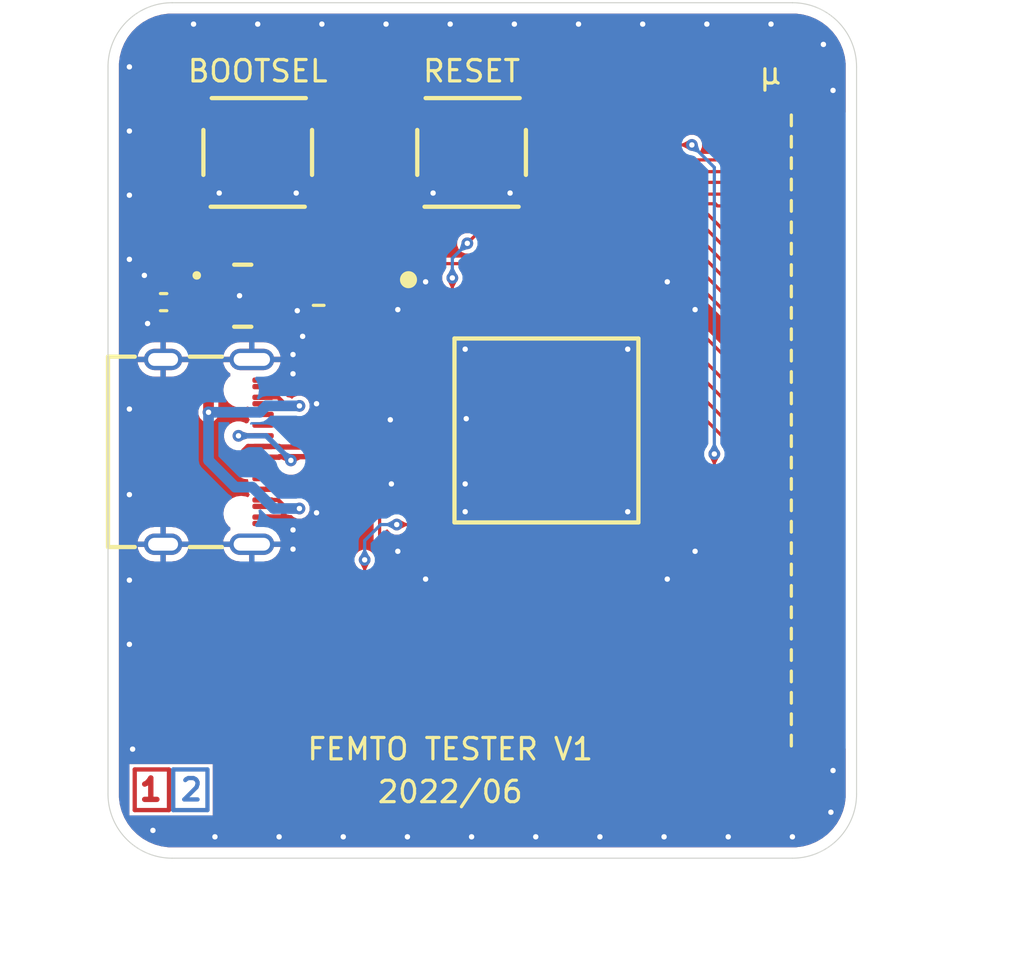
<source format=kicad_pcb>
(kicad_pcb (version 20211014) (generator pcbnew)
  (layers (0 "F.Cu" signal "L1 [TOP]") (31 "B.Cu" signal "L2 [BOT]") (34 "B.Paste" user "Bottom Paste") (35 "F.Paste" user "Top Paste") (36 "B.SilkS" user "Silkscreen [BOT]") (37 "F.SilkS" user "Silkscreen [TOP]") (38 "B.Mask" user "Soldermask [BOT]") (39 "F.Mask" user "Soldermask [TOP]") (44 "Edge.Cuts" user))
  (property "CONFIGURATIONPARAMETERS" "")
  (property "CONFIGURATORNAME" "")
  (property "DESIGNATORS" "1-99")
  (property "DOCUMENTNUMBER" "1")
  (property "ISUSERCONFIGURABLE" "")
  (property "PAGESIZE" "B")
  (property "SHEETTOTAL" "1")
  (property "SPICEMODELCACHE" "")
  (property "SUPPLIER 1" "")
  (property "SUPPLIER 2" "")
  (property "SUPPLIER PART NUMBER 1" "")
  (property "SUPPLIER PART NUMBER 2" "")
  (property "VERSIONCONTROL_PROJFOLDERREVNUMBER" "")
  (property "VERSIONCONTROL_REVNUMBER" "")
  (net 0 "")
  (net 1 "/USB_CC1")
  (net 2 "/USB_CON_P")
  (net 3 "/USB_CON_N")
  (net 5 "PP5000_VIN")
  (net 6 "/USB_CC2")
  (net 8 "Net-(LED1-Pad1)")
  (net 9 "Net-(LED_GP0-Pad1)")
  (net 10 "/GPIO0")
  (net 11 "Net-(LED_GP1-Pad1)")
  (net 12 "/GPIO1")
  (net 13 "Net-(LED_GP2-Pad1)")
  (net 14 "/GPIO2")
  (net 15 "Net-(LED_GP3-Pad1)")
  (net 16 "/GPIO3")
  (net 17 "Net-(LED_GP4-Pad1)")
  (net 18 "/GPIO4")
  (net 19 "Net-(LED_GP5-Pad1)")
  (net 20 "/GPIO5")
  (net 21 "Net-(LED_GP6-Pad1)")
  (net 22 "/GPIO6")
  (net 23 "Net-(LED_GP7-Pad1)")
  (net 24 "/GPIO7")
  (net 25 "Net-(LED_GP8-Pad1)")
  (net 26 "/GPIO8")
  (net 27 "Net-(LED_GP9-Pad1)")
  (net 28 "/GPIO9")
  (net 29 "Net-(LED_GP10-Pad1)")
  (net 30 "/GPIO10")
  (net 31 "Net-(LED_GP11-Pad1)")
  (net 32 "/GPIO11")
  (net 33 "Net-(LED_GP12-Pad1)")
  (net 34 "/GPIO12")
  (net 35 "Net-(LED_GP13-Pad1)")
  (net 36 "/GPIO13")
  (net 37 "Net-(LED_GP14-Pad1)")
  (net 38 "/GPIO14")
  (net 39 "Net-(LED_GP15-Pad1)")
  (net 40 "/GPIO15")
  (net 41 "Net-(LED_GP16-Pad1)")
  (net 42 "/GPIO16")
  (net 43 "PP3300")
  (net 44 "Net-(LED_GP17-Pad1)")
  (net 45 "/GPIO17")
  (net 46 "Net-(LED_GP18-Pad1)")
  (net 47 "/GPIO18")
  (net 48 "Net-(LED_GP19-Pad1)")
  (net 49 "/GPIO19")
  (net 50 "Net-(LED_GP20-Pad1)")
  (net 51 "/GPIO20")
  (net 52 "Net-(LED_GP21-Pad1)")
  (net 53 "/GPIO21")
  (net 54 "Net-(LED_GP22-Pad1)")
  (net 55 "/GPIO22")
  (net 56 "Net-(LED_GP23-Pad1)")
  (net 57 "/GPIO23")
  (net 58 "Net-(LED_GP24-Pad1)")
  (net 59 "/GPIO24")
  (net 60 "Net-(LED_GP25-Pad1)")
  (net 61 "/GPIO25")
  (net 62 "Net-(LED_GP26-Pad1)")
  (net 63 "/GPIO26")
  (net 64 "Net-(LED_GP27-Pad1)")
  (net 65 "/GPIO27")
  (net 66 "Net-(LED_GP28-Pad1)")
  (net 67 "/GPIO28")
  (net 68 "Net-(LED_GP29-Pad1)")
  (net 69 "/GPIO29")
  (net 70 "/BOOTSEL")
  (net 71 "/USB_P")
  (net 72 "/USB_N")
  (net 73 "GND")
  (net 74 "/MCU_RUN")
  (net 75 "/MCU_SWDIO")
  (net 76 "/MCU_SWCLK")
  (footprint "Pineberry_Lib.PcbLib:LED_0402_R" (layer "F.Cu") (at 162.001099 113.503603 180)
    (fp_text reference "LED_GP23" hide)
    (fp_text value "Red" hide)
  )
  (footprint "MirFol_db_local.DbLib:RES_0402_R" (layer "F.Cu") (at 164.4511 115.503599 180)
    (fp_text reference "R_GP25" hide)
    (fp_text value "2k" hide)
  )
  (footprint "Pineberry_Lib.PcbLib:LED_0402_R" (layer "F.Cu") (at 162.001103 117.503601 180)
    (fp_text reference "LED_GP27" hide)
    (fp_text value "Red" hide)
  )
  (footprint "FT_Footprints.PcbLib:PCB_FID_RND_100x300" (layer "F.Cu") (at 133.501103 117.503601)
    (fp_text reference "FID1" hide)
    (fp_text value "Fiducial" hide)
  )
  (footprint "Pineberry_Lib.PcbLib:LED_0402_R" (layer "F.Cu") (at 162.001103 103.503601 180)
    (fp_text reference "LED_GP13" hide)
    (fp_text value "Red" hide)
  )
  (footprint "MirFol_db_local.DbLib:RES_0402_R" (layer "F.Cu") (at 164.451103 93.503601 180)
    (fp_text reference "R_GP3" hide)
    (fp_text value "2k" hide)
  )
  (footprint "MirFol_db_local.DbLib:RES_0402_R" (layer "F.Cu") (at 140.851103 100.153599 90)
    (fp_text reference "R1" hide)
    (fp_text value "2k" hide)
  )
  (footprint "MirFol_db_local.DbLib:RES_0402_R" (layer "F.Cu") (at 164.4511 107.503601 180)
    (fp_text reference "R_GP17" hide)
    (fp_text value "2k" hide)
  )
  (footprint "MirFol_db_local.DbLib:RES_0402_R" (layer "F.Cu") (at 164.451103 99.503601 180)
    (fp_text reference "R_GP9" hide)
    (fp_text value "2k" hide)
  )
  (footprint "Pineberry_Lib.PcbLib:LED_0402_R" (layer "F.Cu") (at 162.001103 93.503601 180)
    (fp_text reference "LED_GP3" hide)
    (fp_text value "Red" hide)
  )
  (footprint "Pineberry_Lib.PcbLib:LED_0402_R" (layer "F.Cu") (at 162.001103 97.503599 180)
    (fp_text reference "LED_GP7" hide)
    (fp_text value "Red" hide)
  )
  (footprint "Pineberry_Lib.PcbLib:LED_0402_R" (layer "F.Cu") (at 162.001103 91.503601 180)
    (fp_text reference "LED_GP1" hide)
    (fp_text value "Red" hide)
  )
  (footprint "Pineberry_Lib.PcbLib:LED_0402_R" (layer "F.Cu") (at 162.001103 110.503604 180)
    (fp_text reference "LED_GP20" hide)
    (fp_text value "Red" hide)
  )
  (footprint "Pineberry_Lib.PcbLib:LED_0402_R" (layer "F.Cu") (at 162.001103 116.503599 180)
    (fp_text reference "LED_GP26" hide)
    (fp_text value "Red" hide)
  )
  (footprint "MirFol_db_local.DbLib:CAP_0402_R" (layer "F.Cu") (at 133.901105 97.753596)
    (fp_text reference "C1" hide)
    (fp_text value "2.2uF" hide)
  )
  (footprint "Pineberry_Lib.PcbLib:LED_0402_R" (layer "F.Cu") (at 162.001103 118.503601 180)
    (fp_text reference "LED_GP28" hide)
    (fp_text value "Red" hide)
  )
  (footprint "Pineberry_Lib.PcbLib:LED_0402_R" (layer "F.Cu") (at 162.001103 119.503601 180)
    (fp_text reference "LED_GP29" hide)
    (fp_text value "Red" hide)
  )
  (footprint "Pineberry_Lib.PcbLib:LED_0402_R" (layer "F.Cu") (at 162.001103 112.503601 180)
    (fp_text reference "LED_GP22" hide)
    (fp_text value "Red" hide)
  )
  (footprint "MirFol_db_local.DbLib:RES_0402_R" (layer "F.Cu") (at 164.451103 100.503601 180)
    (fp_text reference "R_GP10" hide)
    (fp_text value "2k" hide)
  )
  (footprint "MirFol_db_local.DbLib:RES_0402_R" (layer "F.Cu") (at 164.451103 95.503601 180)
    (fp_text reference "R_GP5" hide)
    (fp_text value "2k" hide)
  )
  (footprint "Pineberry_Lib.PcbLib:LED_0402_R" (layer "F.Cu") (at 162.001092 109.503606 180)
    (fp_text reference "LED_GP19" hide)
    (fp_text value "Red" hide)
  )
  (footprint "MirFol_lib.PcbLib:SWI_CKS_PTS525" (layer "F.Cu") (at 138.001103 92.003601)
    (fp_text reference "SW2" hide)
    (fp_text value "TACT Switch" hide)
  )
  (footprint "MirFol_db_local.DbLib:RES_0402_R" (layer "F.Cu") (at 164.451103 119.503599 180)
    (fp_text reference "R_GP29" hide)
    (fp_text value "2k" hide)
  )
  (footprint "MirFol_db_local.DbLib:RES_0402_R" (layer "F.Cu") (at 164.4511 92.503604 180)
    (fp_text reference "R_GP2" hide)
    (fp_text value "2k" hide)
  )
  (footprint "MirFol_db_local.DbLib:RES_0402_R" (layer "F.Cu") (at 164.451103 117.503601 180)
    (fp_text reference "R_GP27" hide)
    (fp_text value "2k" hide)
  )
  (footprint "MirFol_db_local.DbLib:RES_0402_R" (layer "F.Cu") (at 164.4511 104.503603 180)
    (fp_text reference "R_GP14" hide)
    (fp_text value "2k" hide)
  )
  (footprint "MirFol_db_local.DbLib:RES_0402_R" (layer "F.Cu") (at 140.301103 107.853601 180)
    (fp_text reference "R4" hide)
    (fp_text value "5.1k" hide)
  )
  (footprint "MirFol_db_local.DbLib:RES_0402_R" (layer "F.Cu") (at 164.451103 109.503598 180)
    (fp_text reference "R_GP19" hide)
    (fp_text value "2k" hide)
  )
  (footprint "MirFol_db_local.DbLib:RES_0402_R" (layer "F.Cu") (at 164.4511 116.503599 180)
    (fp_text reference "R_GP26" hide)
    (fp_text value "2k" hide)
  )
  (footprint "Pineberry_Lib.PcbLib:LED_0402_R" (layer "F.Cu") (at 162.001099 114.503603 180)
    (fp_text reference "LED_GP24" hide)
    (fp_text value "Red" hide)
  )
  (footprint "MirFol_db_local.DbLib:RES_0402_R" (layer "F.Cu") (at 164.4511 96.503601 180)
    (fp_text reference "R_GP6" hide)
    (fp_text value "2k" hide)
  )
  (footprint "MirFol_db_local.DbLib:RES_0402_R" (layer "F.Cu") (at 164.451097 114.503601 180)
    (fp_text reference "R_GP24" hide)
    (fp_text value "2k" hide)
  )
  (footprint "Pineberry_Lib.PcbLib:LED_0402_R" (layer "F.Cu") (at 162.001103 104.503601 180)
    (fp_text reference "LED_GP14" hide)
    (fp_text value "Red" hide)
  )
  (footprint "Pineberry_Lib.PcbLib:LED_0402_R" (layer "F.Cu") (at 162.001103 111.503604 180)
    (fp_text reference "LED_GP21" hide)
    (fp_text value "Red" hide)
  )
  (footprint "MirFol_db_local.DbLib:RES_0402_R" (layer "F.Cu") (at 164.451097 111.503597 180)
    (fp_text reference "R_GP21" hide)
    (fp_text value "2k" hide)
  )
  (footprint "Pineberry_Lib.PcbLib:LED_0402_R" (layer "F.Cu") (at 162.001103 101.503599 180)
    (fp_text reference "LED_GP11" hide)
    (fp_text value "Red" hide)
  )
  (footprint "MirFol_db_local.DbLib:RES_0402_R" (layer "F.Cu") (at 143.401103 105.503601 180)
    (fp_text reference "R2" hide)
    (fp_text value "27R" hide)
  )
  (footprint "Pineberry_Lib.PcbLib:LED_0402_R" (layer "F.Cu") (at 162.001103 100.503601 180)
    (fp_text reference "LED_GP10" hide)
    (fp_text value "Red" hide)
  )
  (footprint "MirFol_db_local.DbLib:RES_0402_R" (layer "F.Cu") (at 164.451103 97.503601 180)
    (fp_text reference "R_GP7" hide)
    (fp_text value "2k" hide)
  )
  (footprint "MirFol_db_local.DbLib:RES_0402_R" (layer "F.Cu") (at 164.451103 110.503596 180)
    (fp_text reference "R_GP20" hide)
    (fp_text value "2k" hide)
  )
  (footprint "MirFol_db_local.DbLib:RES_0402_R" (layer "F.Cu") (at 164.4511 90.503601 180)
    (fp_text reference "R_GP0" hide)
    (fp_text value "2k" hide)
  )
  (footprint "Pineberry_Lib.PcbLib:LED_0402_R" (layer "F.Cu") (at 162.001103 99.503601 180)
    (fp_text reference "LED_GP9" hide)
    (fp_text value "Red" hide)
  )
  (footprint "E:_Biblioteki_MirFol_nowe_SH_lib.PcbLib_ICC_TSOT-5_290X160H110_P95" (layer "F.Cu") (at 137.301103 98.703599 -90)
    (fp_text reference "U1" hide)
    (fp_text value "NCP114ASN330T1G" hide)
  )
  (footprint "Pineberry_Lib.PcbLib:LED_0402_R" (layer "F.Cu") (at 140.851103 98.203601 90)
    (fp_text reference "LED1" hide)
    (fp_text value "Red" hide)
  )
  (footprint "FT_Footprints.PcbLib:PCB_FID_RND_100x300" (layer "F.Cu") (at 158.001103 121.003601)
    (fp_text reference "FID3" hide)
    (fp_text value "Fiducial" hide)
  )
  (footprint "MirFol_db_local.DbLib:RES_0402_R" (layer "F.Cu") (at 164.451103 102.503601 180)
    (fp_text reference "R_GP12" hide)
    (fp_text value "2k" hide)
  )
  (footprint "MirFol_db_local.DbLib:RES_0402_R" (layer "F.Cu") (at 164.451105 101.503599 180)
    (fp_text reference "R_GP11" hide)
    (fp_text value "2k" hide)
  )
  (footprint "MirFol_db_local.DbLib:RES_0402_R" (layer "F.Cu") (at 164.451103 106.503599 180)
    (fp_text reference "R_GP16" hide)
    (fp_text value "2k" hide)
  )
  (footprint "MirFol_db_local.DbLib:CAP_0402_R" (layer "F.Cu") (at 139.851103 98.203601 90)
    (fp_text reference "C2" hide)
    (fp_text value "2.2uF" hide)
  )
  (footprint "MirFol_db_local.DbLib:RES_0402_R" (layer "F.Cu") (at 164.4511 105.503599 180)
    (fp_text reference "R_GP15" hide)
    (fp_text value "2k" hide)
  )
  (footprint "MirFol_db_local.DbLib:RES_0402_R" (layer "F.Cu") (at 164.451103 98.503601 180)
    (fp_text reference "R_GP8" hide)
    (fp_text value "2k" hide)
  )
  (footprint "MirFol_db_local.DbLib:RES_0402_R" (layer "F.Cu") (at 143.401103 106.503599 180)
    (fp_text reference "R3" hide)
    (fp_text value "27R" hide)
  )
  (footprint "Pineberry_Lib.PcbLib:LED_0402_R" (layer "F.Cu") (at 162.001103 95.503601 180)
    (fp_text reference "LED_GP5" hide)
    (fp_text value "Red" hide)
  )
  (footprint "Pineberry_Lib.PcbLib:PCB_STACKUP-2L_A1" (layer "F.Cu") (at 132.001103 123.003599)
    (fp_text reference "PCB1" hide)
    (fp_text value "PCB_LAYER_STACKUP" hide)
  )
  (footprint "Pineberry_Lib.PcbLib:LED_0402_R" (layer "F.Cu") (at 162.001103 108.503601 180)
    (fp_text reference "LED_GP18" hide)
    (fp_text value "Red" hide)
  )
  (footprint "MirFol_lib.PcbLib:SWI_CKS_PTS525" (layer "F.Cu") (at 148.001103 92.003601)
    (fp_text reference "SW1" hide)
    (fp_text value "TACT Switch" hide)
  )
  (footprint "Pineberry_Lib.PcbLib:LED_0402_R" (layer "F.Cu") (at 162.001103 115.503599 180)
    (fp_text reference "LED_GP25" hide)
    (fp_text value "Red" hide)
  )
  (footprint "MirFol_db_local.DbLib:RES_0402_R" (layer "F.Cu") (at 164.451103 112.503601 180)
    (fp_text reference "R_GP22" hide)
    (fp_text value "2k" hide)
  )
  (footprint "E:_Biblioteki_MirFol_nowe_Pineberry_Lib.PcbLib_MOD_FEMTO_V1_120X120_P100" (layer "F.Cu") (at 151.501103 105.003601 -90)
    (fp_text reference "MOD1" hide)
    (fp_text value "FEMTO V1 Module" hide)
  )
  (footprint "Pineberry_Lib.PcbLib:LED_0402_R" (layer "F.Cu") (at 162.001103 107.503601 180)
    (fp_text reference "LED_GP17" hide)
    (fp_text value "Red" hide)
  )
  (footprint "Pineberry_Lib.PcbLib:LED_0402_R" (layer "F.Cu") (at 162.001103 96.503601 180)
    (fp_text reference "LED_GP6" hide)
    (fp_text value "Red" hide)
  )
  (footprint "Pineberry_Lib.PcbLib:LED_0402_R" (layer "F.Cu") (at 162.001103 90.503601 180)
    (fp_text reference "LED_GP0" hide)
    (fp_text value "Red" hide)
  )
  (footprint "FT_Footprints.PcbLib:PCB_FID_RND_100x300" (layer "F.Cu") (at 158.001103 89.003601)
    (fp_text reference "FID2" hide)
    (fp_text value "Fiducial" hide)
  )
  (footprint "MirFol_db_local.DbLib:RES_0402_R" (layer "F.Cu") (at 164.4511 103.503603 180)
    (fp_text reference "R_GP13" hide)
    (fp_text value "2k" hide)
  )
  (footprint "Pineberry_Lib.PcbLib:LED_0402_R" (layer "F.Cu") (at 162.001103 106.503599 180)
    (fp_text reference "LED_GP16" hide)
    (fp_text value "Red" hide)
  )
  (footprint "MirFol_db_local.DbLib:CAP_0603_R" (layer "F.Cu") (at 133.601103 99.003599)
    (fp_text reference "C3" hide)
    (fp_text value "47uF" hide)
  )
  (footprint "MirFol_db_local.DbLib:RES_0402_R" (layer "F.Cu") (at 140.301103 104.753603 180)
    (fp_text reference "R5" hide)
    (fp_text value "5.1k" hide)
  )
  (footprint "MirFol_db_local.DbLib:RES_0402_R" (layer "F.Cu") (at 164.451103 113.503601 180)
    (fp_text reference "R_GP23" hide)
    (fp_text value "2k" hide)
  )
  (footprint "MirFol_db_local.DbLib:RES_0402_R" (layer "F.Cu") (at 164.451103 108.503595 180)
    (fp_text reference "R_GP18" hide)
    (fp_text value "2k" hide)
  )
  (footprint "Pineberry_Lib.PcbLib:LED_0402_R" (layer "F.Cu") (at 162.001103 105.503599 180)
    (fp_text reference "LED_GP15" hide)
    (fp_text value "Red" hide)
  )
  (footprint "Pineberry_Lib.PcbLib:LED_0402_R" (layer "F.Cu") (at 162.001103 92.503601 180)
    (fp_text reference "LED_GP2" hide)
    (fp_text value "Red" hide)
  )
  (footprint "MirFol_db_local.DbLib:RES_0402_R" (layer "F.Cu") (at 164.451105 94.503603 180)
    (fp_text reference "R_GP4" hide)
    (fp_text value "2k" hide)
  )
  (footprint "Pineberry_Lib.PcbLib:LED_0402_R" (layer "F.Cu") (at 162.001103 98.503601 180)
    (fp_text reference "LED_GP8" hide)
    (fp_text value "Red" hide)
  )
  (footprint "MirFol_lib.PcbLib:CON_XKB_U262-161N-4BVC11" (layer "F.Cu") (at 134.651103 106.003603 -90)
    (fp_text reference "J1" hide)
    (fp_text value "U262-161N-4BVC11" hide)
  )
  (footprint "MirFol_db_local.DbLib:RES_0402_R" (layer "F.Cu") (at 164.451103 118.503598 180)
    (fp_text reference "R_GP28" hide)
    (fp_text value "2k" hide)
  )
  (footprint "MirFol_db_local.DbLib:RES_0402_R" (layer "F.Cu") (at 164.451103 91.503601 180)
    (fp_text reference "R_GP1" hide)
    (fp_text value "2k" hide)
  )
  (footprint "Pineberry_Lib.PcbLib:LED_0402_R" (layer "F.Cu") (at 162.001103 94.503601 180)
    (fp_text reference "LED_GP4" hide)
    (fp_text value "Red" hide)
  )
  (footprint "Pineberry_Lib.PcbLib:LED_0402_R" (layer "F.Cu") (at 162.001103 102.503601 180)
    (fp_text reference "LED_GP12" hide)
    (fp_text value "Red" hide)
  )
  (gr_poly (pts (xy 137.511052 105.378601) (xy 137.297491 105.446098) (xy 137.297491 105.0611) (xy 137.511052 105.128598)) (layer "F.Cu") (width 0) (fill solid))
  (gr_poly (pts (xy 142.926103 111.483175) (xy 142.808603 111.249988) (xy 143.193601 111.249988) (xy 143.0761 111.483175)) (layer "F.Cu") (width 0) (fill solid))
  (gr_poly (pts (xy 139.986518 106.353599) (xy 139.825096 106.427115) (xy 139.609132 106.134791) (xy 139.928233 106.103597)) (layer "F.Cu") (width 0) (fill solid))
  (gr_poly (pts (xy 147.0261 98.301131) (xy 146.9086 98.067944) (xy 147.293598 98.067944) (xy 147.176097 98.301131)) (layer "F.Cu") (width 0) (fill solid))
  (gr_poly (pts (xy 144.930681 109.478597) (xy 144.697494 109.596097) (xy 144.697494 109.211099) (xy 144.930681 109.328601)) (layer "F.Cu") (width 0) (fill solid))
  (gr_poly (pts (xy 157.871527 91.578601) (xy 158.104714 91.461102) (xy 158.104714 91.8461) (xy 157.871527 91.728599)) (layer "F.Cu") (width 0) (fill solid))
  (gr_poly (pts (xy 139.173975 106.103597) (xy 139.493075 106.134791) (xy 139.277111 106.427115) (xy 139.115689 106.353599)) (layer "F.Cu") (width 0) (fill solid))
  (gr_poly (pts (xy 159.276103 106.533175) (xy 159.158603 106.299988) (xy 159.543601 106.299988) (xy 159.426101 106.533175)) (layer "F.Cu") (width 0) (fill solid))
  (gr_poly (pts (xy 144.071531 109.328601) (xy 144.304719 109.211099) (xy 144.304719 109.596097) (xy 144.071531 109.478597)) (layer "B.Cu") (width 0) (fill solid))
  (gr_poly (pts (xy 139.349616 106.025335) (xy 139.548353 106.128614) (xy 139.276118 106.400849) (xy 139.172839 106.202111)) (layer "B.Cu") (width 0) (fill solid))
  (gr_poly (pts (xy 147.444314 96.50432) (xy 147.526117 96.25635) (xy 147.798352 96.528585) (xy 147.550382 96.610388)) (layer "B.Cu") (width 0) (fill solid))
  (gr_poly (pts (xy 159.426101 105.674025) (xy 159.543601 105.907212) (xy 159.158603 105.907212) (xy 159.276103 105.674025)) (layer "B.Cu") (width 0) (fill solid))
  (gr_poly (pts (xy 158.551823 92.01039) (xy 158.303853 91.928586) (xy 158.576087 91.656352) (xy 158.65789 91.904322)) (layer "B.Cu") (width 0) (fill solid))
  (gr_poly (pts (xy 137.511052 105.378601) (xy 137.297491 105.446098) (xy 137.297491 105.0611) (xy 137.511052 105.128598)) (layer "B.Cu") (width 0) (fill solid))
  (gr_poly (pts (xy 147.176097 97.441981) (xy 147.293598 97.675169) (xy 146.9086 97.675169) (xy 147.0261 97.441981)) (layer "B.Cu") (width 0) (fill solid))
  (gr_poly (pts (xy 143.0761 110.624025) (xy 143.193601 110.857212) (xy 142.808603 110.857212) (xy 142.926103 110.624025)) (layer "B.Cu") (width 0) (fill solid))
  (gr_line (start 166.001096 122.003606) (end 166.001096 88.003593) (layer "Edge.Cuts") (width 0.05))
  (gr_line (start 163.001103 85.003599) (end 134.001105 85.003599) (layer "Edge.Cuts") (width 0.05))
  (gr_line (start 163.001105 85.003601) (end 163.001103 85.003599) (layer "Edge.Cuts") (width 0.05))
  (gr_line (start 134.001105 85.003599) (end 134.001103 85.003601) (layer "Edge.Cuts") (width 0.05))
  (gr_line (start 166.001103 122.003601) (end 166.001096 122.003606) (layer "Edge.Cuts") (width 0.05))
  (gr_arc (start 131.001103 88.003601) (mid 131.879783 85.882281) (end 134.001103 85.003601) (layer "Edge.Cuts") (width 0.05))
  (gr_arc (start 134.001103 125.003601) (mid 131.879783 124.124921) (end 131.001103 122.003601) (layer "Edge.Cuts") (width 0.05))
  (gr_line (start 134.001103 125.003601) (end 163.001103 125.003601) (layer "Edge.Cuts") (width 0.05))
  (gr_line (start 131.001095 88.003608) (end 131.001103 122.003601) (layer "Edge.Cuts") (width 0.05))
  (gr_arc (start 163.001105 85.003601) (mid 165.122424 85.882281) (end 166.001105 88.003601) (layer "Edge.Cuts") (width 0.05))
  (gr_line (start 166.001096 88.003593) (end 166.001105 88.003601) (layer "Edge.Cuts") (width 0.05))
  (gr_arc (start 166.001103 122.003601) (mid 165.122423 124.124921) (end 163.001103 125.003601) (layer "Edge.Cuts") (width 0.05))
  (gr_text "FEMTO TESTER V1" (at 147.001103 119.903601) (layer "F.SilkS") (effects (font (size 1 1) (thickness 0.15) bold)))
  (gr_text "RESET" (at 148.001103 88.203601) (layer "F.SilkS") (effects (font (size 1 1) (thickness 0.15) bold)))
  (gr_text "BOOTSEL" (at 138.001103 88.203601) (layer "F.SilkS") (effects (font (size 1 1) (thickness 0.15) bold)))
  (gr_text "μ" (at 162.001103 88.303601) (layer "F.SilkS") (effects (font (size 1 1) (thickness 0.15) bold)))
  (gr_text "2022/06" (at 147.001103 121.903601) (layer "F.SilkS") (effects (font (size 1 1) (thickness 0.15) bold)))
  (segment (start 132.251103 122.753601) (end 132.251103 120.853601) (width 0.2) (layer "F.Cu") (net 0))
  (segment (start 132.251103 120.853601) (end 133.851103 120.853598) (width 0.2) (layer "F.Cu") (net 0))
  (segment (start 133.8511 122.753601) (end 133.851103 120.853598) (width 0.2) (layer "F.Cu") (net 0))
  (segment (start 132.251103 122.753601) (end 133.8511 122.753601) (width 0.2) (layer "F.Cu") (net 0))
  (segment (start 134.051103 122.753601) (end 134.051103 120.853598) (width 0.2) (layer "B.Cu") (net 0))
  (segment (start 134.051103 122.753601) (end 135.651106 122.753601) (width 0.2) (layer "B.Cu") (net 0))
  (segment (start 135.651106 122.753601) (end 135.651106 120.853598) (width 0.2) (layer "B.Cu") (net 0))
  (segment (start 134.051103 120.853598) (end 135.651106 120.853598) (width 0.2) (layer "B.Cu") (net 0))
  (segment (start 138.251066 104.753674) (end 138.251137 104.753603) (width 0.2) (layer "F.Cu") (net 1))
  (segment (start 138.251137 104.753603) (end 139.851103 104.753603) (width 0.2) (layer "F.Cu") (net 1))
  (segment (start 142.679655 105.778599) (end 142.826106 105.632148) (width 0.25) (layer "F.Cu") (net 2))
  (segment (start 137.551029 105.753674) (end 138.251066 105.753674) (width 0.25) (layer "F.Cu") (net 2))
  (segment (start 138.251066 105.753674) (end 139.001176 105.753674) (width 0.25) (layer "F.Cu") (net 2))
  (segment (start 137.351103 106.603599) (end 137.351103 105.953601) (width 0.25) (layer "F.Cu") (net 2))
  (segment (start 137.501179 106.753675) (end 138.251068 106.753675) (width 0.25) (layer "F.Cu") (net 2))
  (segment (start 137.351103 105.953601) (end 137.551029 105.753674) (width 0.25) (layer "F.Cu") (net 2))
  (segment (start 142.826106 105.628601) (end 142.951103 105.503601) (width 0.25) (layer "F.Cu") (net 2))
  (segment (start 139.026101 105.778599) (end 142.679655 105.778599) (width 0.25) (layer "F.Cu") (net 2))
  (segment (start 137.351103 106.603599) (end 137.501179 106.753675) (width 0.25) (layer "F.Cu") (net 2))
  (segment (start 139.001176 105.753674) (end 139.026101 105.778599) (width 0.25) (layer "F.Cu") (net 2))
  (segment (start 142.826106 105.632148) (end 142.826106 105.628601) (width 0.25) (layer "F.Cu") (net 2))
  (segment (start 137.857683 105.253599) (end 137.857757 105.253673) (width 0.25) (layer "F.Cu") (net 3))
  (segment (start 137.101103 105.253599) (end 137.857683 105.253599) (width 0.25) (layer "F.Cu") (net 3))
  (segment (start 139.026103 106.228598) (end 139.55088 106.228598) (width 0.25) (layer "F.Cu") (net 3))
  (segment (start 142.679652 106.228598) (end 142.826103 106.37505) (width 0.25) (layer "F.Cu") (net 3))
  (segment (start 137.857757 105.253673) (end 138.251066 105.253673) (width 0.25) (layer "F.Cu") (net 3))
  (segment (start 139.001029 106.253673) (end 139.026103 106.228598) (width 0.25) (layer "F.Cu") (net 3))
  (segment (start 138.251066 106.253673) (end 139.001029 106.253673) (width 0.25) (layer "F.Cu") (net 3))
  (segment (start 142.826103 106.378601) (end 142.826103 106.37505) (width 0.25) (layer "F.Cu") (net 3))
  (segment (start 139.551103 106.228598) (end 142.679652 106.228598) (width 0.25) (layer "F.Cu") (net 3))
  (segment (start 139.55088 106.403376) (end 139.551103 106.403599) (width 0.25) (layer "F.Cu") (net 3))
  (segment (start 142.826103 106.378601) (end 142.951103 106.503599) (width 0.25) (layer "F.Cu") (net 3))
  (segment (start 139.55088 106.403376) (end 139.55088 106.228598) (width 0.25) (layer "F.Cu") (net 3))
  (via locked (at 139.551103 106.403599) (size 0.55) (drill 0.25) (layers "F.Cu" "B.Cu") (net 3))
  (via locked (at 137.101103 105.253599) (size 0.55) (drill 0.25) (layers "F.Cu" "B.Cu") (net 3))
  (segment (start 137.101103 105.253599) (end 138.401103 105.253599) (width 0.25) (layer "B.Cu") (net 3))
  (segment (start 138.401103 105.253599) (end 139.551103 106.403599) (width 0.25) (layer "B.Cu") (net 3))
  (segment (start 138.251068 108.553674) (end 139.251033 108.553674) (width 0.2) (layer "F.Cu") (net 5))
  (segment (start 139.401103 103.753601) (end 139.501103 103.853601) (width 0.2) (layer "F.Cu") (net 5))
  (segment (start 135.251103 99.553601) (end 135.351103 99.653601) (width 0.3) (layer "F.Cu") (net 5))
  (segment (start 138.251066 108.253674) (end 138.951176 108.253674) (width 0.2) (layer "F.Cu") (net 5))
  (segment (start 138.951176 108.253674) (end 139.251103 108.553603) (width 0.2) (layer "F.Cu") (net 5))
  (segment (start 134.351103 97.753599) (end 136.101103 97.753599) (width 0.3) (layer "F.Cu") (net 5))
  (segment (start 135.701103 104.153601) (end 135.701103 101.653601) (width 0.5) (layer "F.Cu") (net 5))
  (segment (start 134.351103 99.003596) (end 134.351103 97.753599) (width 0.3) (layer "F.Cu") (net 5))
  (segment (start 134.851098 99.003596) (end 135.251103 99.403601) (width 0.3) (layer "F.Cu") (net 5))
  (segment (start 139.501103 103.853601) (end 139.951103 103.853601) (width 0.2) (layer "F.Cu") (net 5))
  (segment (start 139.251103 108.553603) (end 139.401103 108.553603) (width 0.2) (layer "F.Cu") (net 5))
  (segment (start 134.351103 100.053599) (end 134.351103 99.003596) (width 0.3) (layer "F.Cu") (net 5))
  (segment (start 134.351103 99.003596) (end 134.851098 99.003596) (width 0.3) (layer "F.Cu") (net 5))
  (segment (start 134.351103 100.303601) (end 135.701103 101.653601) (width 0.5) (layer "F.Cu") (net 5))
  (segment (start 139.251103 103.753601) (end 139.401103 103.753601) (width 0.2) (layer "F.Cu") (net 5))
  (segment (start 135.351103 99.653601) (end 136.101103 99.653601) (width 0.3) (layer "F.Cu") (net 5))
  (segment (start 138.251066 103.453674) (end 138.951176 103.453674) (width 0.2) (layer "F.Cu") (net 5))
  (segment (start 138.951176 103.453674) (end 139.251103 103.753601) (width 0.2) (layer "F.Cu") (net 5))
  (segment (start 134.351103 100.303601) (end 134.351103 100.053599) (width 0.5) (layer "F.Cu") (net 5))
  (segment (start 139.251033 108.553674) (end 139.251103 108.553603) (width 0.2) (layer "F.Cu") (net 5))
  (segment (start 139.501103 108.653601) (end 139.951103 108.653601) (width 0.2) (layer "F.Cu") (net 5))
  (segment (start 138.251068 103.753673) (end 139.251033 103.753673) (width 0.2) (layer "F.Cu") (net 5))
  (segment (start 135.251103 99.553601) (end 135.251103 99.403601) (width 0.3) (layer "F.Cu") (net 5))
  (segment (start 139.401103 108.553603) (end 139.501103 108.653601) (width 0.2) (layer "F.Cu") (net 5))
  (via locked (at 139.951103 108.653601) (size 0.55) (drill 0.25) (layers "F.Cu" "B.Cu") (net 5))
  (via locked (at 139.951103 103.853601) (size 0.55) (drill 0.25) (layers "F.Cu" "B.Cu") (net 5))
  (via locked (at 135.701103 104.153601) (size 0.55) (drill 0.25) (layers "F.Cu" "B.Cu") (net 5))
  (segment (start 136.95181 107.654308) (end 137.751811 107.654308) (width 0.5) (layer "B.Cu") (net 5))
  (segment (start 138.751105 108.653601) (end 139.951103 108.653601) (width 0.5) (layer "B.Cu") (net 5))
  (segment (start 138.101101 104.153601) (end 138.401101 103.853601) (width 0.5) (layer "B.Cu") (net 5))
  (segment (start 135.701103 104.153601) (end 138.101101 104.153601) (width 0.5) (layer "B.Cu") (net 5))
  (segment (start 135.701103 106.403601) (end 135.701103 104.153601) (width 0.5) (layer "B.Cu") (net 5))
  (segment (start 135.701103 106.403601) (end 136.95181 107.654308) (width 0.5) (layer "B.Cu") (net 5))
  (segment (start 138.401101 103.853601) (end 139.951103 103.853601) (width 0.5) (layer "B.Cu") (net 5))
  (segment (start 137.751811 107.654308) (end 138.751105 108.653601) (width 0.5) (layer "B.Cu") (net 5))
  (segment (start 139.151103 107.853601) (end 139.851101 107.853601) (width 0.2) (layer "F.Cu") (net 6))
  (segment (start 138.251066 107.75367) (end 139.051171 107.75367) (width 0.2) (layer "F.Cu") (net 6))
  (segment (start 139.051171 107.75367) (end 139.151103 107.853601) (width 0.2) (layer "F.Cu") (net 6))
  (segment (start 140.851103 99.703595) (end 140.851103 98.653597) (width 0.2) (layer "F.Cu") (net 8))
  (segment (start 162.451101 90.503601) (end 164.0011 90.503601) (width 0.2) (layer "F.Cu") (net 9))
  (segment (start 151.449998 94.694761) (end 152.659942 94.694761) (width 0.15) (layer "F.Cu") (net 10))
  (segment (start 150.491158 95.653601) (end 151.449998 94.694761) (width 0.15) (layer "F.Cu") (net 10))
  (segment (start 161.051101 90.503601) (end 161.551103 90.503601) (width 0.15) (layer "F.Cu") (net 10))
  (segment (start 147.101099 99.403601) (end 147.101099 97.871556) (width 0.15) (layer "F.Cu") (net 10))
  (segment (start 147.801103 96.253599) (end 148.401101 95.653601) (width 0.15) (layer "F.Cu") (net 10))
  (segment (start 152.659942 94.694761) (end 155.001103 92.353599) (width 0.15) (layer "F.Cu") (net 10))
  (segment (start 148.401101 95.653601) (end 150.491158 95.653601) (width 0.15) (layer "F.Cu") (net 10))
  (segment (start 159.701103 92.353599) (end 160.301103 91.753601) (width 0.15) (layer "F.Cu") (net 10))
  (segment (start 155.001103 92.353599) (end 159.701103 92.353599) (width 0.15) (layer "F.Cu") (net 10))
  (segment (start 160.301103 91.753601) (end 160.301103 91.253599) (width 0.15) (layer "F.Cu") (net 10))
  (segment (start 160.301103 91.253599) (end 161.051101 90.503601) (width 0.15) (layer "F.Cu") (net 10))
  (via (at 147.101099 97.871556) (size 0.55) (drill 0.25) (layers "F.Cu" "B.Cu") (net 10))
  (via (at 147.801103 96.253599) (size 0.55) (drill 0.25) (layers "F.Cu" "B.Cu") (net 10))
  (segment (start 147.101099 97.871556) (end 147.101099 96.953603) (width 0.15) (layer "B.Cu") (net 10))
  (segment (start 147.101099 96.953603) (end 147.801103 96.253599) (width 0.15) (layer "B.Cu") (net 10))
  (segment (start 162.451101 91.503604) (end 164.0011 91.503601) (width 0.2) (layer "F.Cu") (net 11))
  (segment (start 143.501103 99.953601) (end 144.151103 100.603598) (width 0.15) (layer "F.Cu") (net 12))
  (segment (start 149.151103 96.053601) (end 150.861632 96.053601) (width 0.15) (layer "F.Cu") (net 12))
  (segment (start 143.501103 97.653599) (end 143.951103 97.203601) (width 0.15) (layer "F.Cu") (net 12))
  (segment (start 160.801103 91.753601) (end 161.051101 91.503601) (width 0.15) (layer "F.Cu") (net 12))
  (segment (start 144.151103 100.603598) (end 145.901101 100.603598) (width 0.15) (layer "F.Cu") (net 12))
  (segment (start 160.801103 92.103601) (end 160.801103 91.753601) (width 0.15) (layer "F.Cu") (net 12))
  (segment (start 155.1511 92.903601) (end 160.001101 92.903601) (width 0.15) (layer "F.Cu") (net 12))
  (segment (start 143.951103 97.203601) (end 148.001103 97.203601) (width 0.15) (layer "F.Cu") (net 12))
  (segment (start 160.001101 92.903601) (end 160.801103 92.103601) (width 0.15) (layer "F.Cu") (net 12))
  (segment (start 150.861632 96.053601) (end 151.787289 95.127942) (width 0.15) (layer "F.Cu") (net 12))
  (segment (start 151.787289 95.127942) (end 152.926759 95.127942) (width 0.15) (layer "F.Cu") (net 12))
  (segment (start 148.001103 97.203601) (end 149.151103 96.053601) (width 0.15) (layer "F.Cu") (net 12))
  (segment (start 152.926759 95.127942) (end 155.1511 92.903601) (width 0.15) (layer "F.Cu") (net 12))
  (segment (start 143.501103 99.953601) (end 143.501103 97.653599) (width 0.15) (layer "F.Cu") (net 12))
  (segment (start 161.051101 91.503601) (end 161.551105 91.503601) (width 0.15) (layer "F.Cu") (net 12))
  (segment (start 162.451101 92.503601) (end 164.0011 92.503601) (width 0.2) (layer "F.Cu") (net 13))
  (segment (start 151.051101 96.553601) (end 151.995836 95.608866) (width 0.15) (layer "F.Cu") (net 14))
  (segment (start 148.001099 99.453601) (end 148.001099 97.953604) (width 0.15) (layer "F.Cu") (net 14))
  (segment (start 155.301105 93.403601) (end 160.251103 93.403601) (width 0.15) (layer "F.Cu") (net 14))
  (segment (start 149.401103 96.553601) (end 151.051101 96.553601) (width 0.15) (layer "F.Cu") (net 14))
  (segment (start 160.251103 93.403601) (end 161.151101 92.503601) (width 0.15) (layer "F.Cu") (net 14))
  (segment (start 151.995836 95.608866) (end 153.095839 95.608866) (width 0.15) (layer "F.Cu") (net 14))
  (segment (start 161.151101 92.503601) (end 161.5511 92.503601) (width 0.15) (layer "F.Cu") (net 14))
  (segment (start 148.001099 97.953604) (end 149.401103 96.553601) (width 0.15) (layer "F.Cu") (net 14))
  (segment (start 153.095839 95.608866) (end 155.301105 93.403601) (width 0.15) (layer "F.Cu") (net 14))
  (segment (start 162.451103 93.503601) (end 164.001103 93.503601) (width 0.2) (layer "F.Cu") (net 15))
  (segment (start 150.101103 97.053601) (end 151.351103 97.053601) (width 0.15) (layer "F.Cu") (net 16))
  (segment (start 149.0011 99.453601) (end 149.0011 98.153603) (width 0.15) (layer "F.Cu") (net 16))
  (segment (start 152.354527 96.050176) (end 153.354528 96.050176) (width 0.15) (layer "F.Cu") (net 16))
  (segment (start 149.0011 98.153603) (end 150.101103 97.053601) (width 0.15) (layer "F.Cu") (net 16))
  (segment (start 153.354528 96.050176) (end 155.451105 93.953599) (width 0.15) (layer "F.Cu") (net 16))
  (segment (start 151.351103 97.053601) (end 152.354527 96.050176) (width 0.15) (layer "F.Cu") (net 16))
  (segment (start 160.551105 93.953599) (end 161.001103 93.503601) (width 0.15) (layer "F.Cu") (net 16))
  (segment (start 161.001103 93.503601) (end 161.551103 93.503601) (width 0.15) (layer "F.Cu") (net 16))
  (segment (start 155.451105 93.953599) (end 160.551105 93.953599) (width 0.15) (layer "F.Cu") (net 16))
  (segment (start 162.451103 94.503603) (end 164.001103 94.503603) (width 0.2) (layer "F.Cu") (net 17))
  (segment (start 150.001098 99.453601) (end 150.001098 98.253605) (width 0.15) (layer "F.Cu") (net 18))
  (segment (start 151.601103 97.503599) (end 152.648055 96.456647) (width 0.15) (layer "F.Cu") (net 18))
  (segment (start 150.751103 97.503599) (end 151.601103 97.503599) (width 0.15) (layer "F.Cu") (net 18))
  (segment (start 159.401103 94.403601) (end 159.501103 94.503603) (width 0.15) (layer "F.Cu") (net 18))
  (segment (start 159.501103 94.503603) (end 161.551103 94.503603) (width 0.15) (layer "F.Cu") (net 18))
  (segment (start 150.001098 98.253605) (end 150.751103 97.503599) (width 0.15) (layer "F.Cu") (net 18))
  (segment (start 153.598058 96.456647) (end 155.651103 94.403601) (width 0.15) (layer "F.Cu") (net 18))
  (segment (start 152.648055 96.456647) (end 153.598058 96.456647) (width 0.15) (layer "F.Cu") (net 18))
  (segment (start 155.651103 94.403601) (end 159.401103 94.403601) (width 0.15) (layer "F.Cu") (net 18))
  (segment (start 162.451103 95.503601) (end 164.001103 95.503601) (width 0.2) (layer "F.Cu") (net 19))
  (segment (start 151.001099 99.453601) (end 151.001099 98.503605) (width 0.15) (layer "F.Cu") (net 20))
  (segment (start 153.864123 96.890581) (end 155.851103 94.903599) (width 0.15) (layer "F.Cu") (net 20))
  (segment (start 159.651103 95.503601) (end 161.5511 95.503601) (width 0.15) (layer "F.Cu") (net 20))
  (segment (start 151.801103 98.053601) (end 152.964122 96.890581) (width 0.15) (layer "F.Cu") (net 20))
  (segment (start 152.964122 96.890581) (end 153.864123 96.890581) (width 0.15) (layer "F.Cu") (net 20))
  (segment (start 155.851103 94.903599) (end 159.051103 94.903599) (width 0.15) (layer "F.Cu") (net 20))
  (segment (start 151.451103 98.053601) (end 151.801103 98.053601) (width 0.15) (layer "F.Cu") (net 20))
  (segment (start 151.001099 98.503605) (end 151.451103 98.053601) (width 0.15) (layer "F.Cu") (net 20))
  (segment (start 159.051103 94.903599) (end 159.651103 95.503601) (width 0.15) (layer "F.Cu") (net 20))
  (segment (start 162.451103 96.503601) (end 164.001103 96.503601) (width 0.2) (layer "F.Cu") (net 21))
  (segment (start 152.001099 99.453601) (end 152.001099 98.503601) (width 0.15) (layer "F.Cu") (net 22))
  (segment (start 159.901103 96.503601) (end 161.5511 96.503601) (width 0.15) (layer "F.Cu") (net 22))
  (segment (start 152.001099 98.503601) (end 153.235123 97.269579) (width 0.15) (layer "F.Cu") (net 22))
  (segment (start 154.185123 97.269579) (end 156.051101 95.403601) (width 0.15) (layer "F.Cu") (net 22))
  (segment (start 156.051101 95.403601) (end 158.801103 95.403601) (width 0.15) (layer "F.Cu") (net 22))
  (segment (start 153.235123 97.269579) (end 154.185123 97.269579) (width 0.15) (layer "F.Cu") (net 22))
  (segment (start 158.801103 95.403601) (end 159.901103 96.503601) (width 0.15) (layer "F.Cu") (net 22))
  (segment (start 162.451103 97.503601) (end 164.001103 97.503601) (width 0.2) (layer "F.Cu") (net 23))
  (segment (start 153.001103 98.353603) (end 153.678655 97.67605) (width 0.15) (layer "F.Cu") (net 24))
  (segment (start 158.551103 95.903601) (end 160.151101 97.503597) (width 0.15) (layer "F.Cu") (net 24))
  (segment (start 156.242457 95.903601) (end 158.551103 95.903601) (width 0.15) (layer "F.Cu") (net 24))
  (segment (start 153.678655 97.67605) (end 154.470007 97.67605) (width 0.15) (layer "F.Cu") (net 24))
  (segment (start 160.151101 97.503597) (end 161.551103 97.503597) (width 0.15) (layer "F.Cu") (net 24))
  (segment (start 154.470007 97.67605) (end 156.242457 95.903601) (width 0.15) (layer "F.Cu") (net 24))
  (segment (start 153.001103 99.453601) (end 153.001103 98.353603) (width 0.15) (layer "F.Cu") (net 24))
  (segment (start 162.451103 98.503601) (end 164.001103 98.503601) (width 0.2) (layer "F.Cu") (net 25))
  (segment (start 160.451103 98.503601) (end 161.551103 98.503601) (width 0.15) (layer "F.Cu") (net 26))
  (segment (start 158.301103 96.353599) (end 160.451103 98.503601) (width 0.15) (layer "F.Cu") (net 26))
  (segment (start 156.431746 96.353599) (end 158.301103 96.353599) (width 0.15) (layer "F.Cu") (net 26))
  (segment (start 154.298669 98.056034) (end 154.729311 98.056034) (width 0.15) (layer "F.Cu") (net 26))
  (segment (start 154.0011 99.453601) (end 154.0011 98.353603) (width 0.15) (layer "F.Cu") (net 26))
  (segment (start 154.0011 98.353603) (end 154.298669 98.056034) (width 0.15) (layer "F.Cu") (net 26))
  (segment (start 154.729311 98.056034) (end 156.431746 96.353599) (width 0.15) (layer "F.Cu") (net 26))
  (segment (start 162.451103 99.503601) (end 164.001103 99.503601) (width 0.2) (layer "F.Cu") (net 27))
  (segment (start 156.64173 96.753601) (end 157.927912 96.753601) (width 0.15) (layer "F.Cu") (net 28))
  (segment (start 157.927912 96.753601) (end 160.677912 99.503601) (width 0.15) (layer "F.Cu") (net 28))
  (segment (start 160.677912 99.503601) (end 161.5511 99.503601) (width 0.15) (layer "F.Cu") (net 28))
  (segment (start 155.001101 98.39423) (end 156.64173 96.753601) (width 0.15) (layer "F.Cu") (net 28))
  (segment (start 155.001101 99.453601) (end 155.001101 98.39423) (width 0.15) (layer "F.Cu") (net 28))
  (segment (start 162.451101 100.503601) (end 164.0011 100.503601) (width 0.2) (layer "F.Cu") (net 29))
  (segment (start 156.955494 97.303601) (end 157.701103 97.303601) (width 0.15) (layer "F.Cu") (net 30))
  (segment (start 160.901103 100.503601) (end 161.551105 100.503601) (width 0.15) (layer "F.Cu") (net 30))
  (segment (start 155.901099 98.357994) (end 156.955494 97.303601) (width 0.15) (layer "F.Cu") (net 30))
  (segment (start 157.701103 97.303601) (end 160.901103 100.503601) (width 0.15) (layer "F.Cu") (net 30))
  (segment (start 155.901099 99.403601) (end 155.901099 98.357994) (width 0.15) (layer "F.Cu") (net 30))
  (segment (start 162.451103 101.503599) (end 164.001103 101.503599) (width 0.2) (layer "F.Cu") (net 31))
  (segment (start 158.901101 100.603598) (end 159.801101 101.503599) (width 0.15) (layer "F.Cu") (net 32))
  (segment (start 159.801101 101.503599) (end 161.5511 101.503599) (width 0.15) (layer "F.Cu") (net 32))
  (segment (start 157.101099 100.603598) (end 158.901101 100.603598) (width 0.15) (layer "F.Cu") (net 32))
  (segment (start 162.451106 102.503601) (end 164.001106 102.503601) (width 0.2) (layer "F.Cu") (net 33))
  (segment (start 157.051099 101.503599) (end 158.651101 101.503599) (width 0.15) (layer "F.Cu") (net 34))
  (segment (start 159.651103 102.503601) (end 161.5511 102.503601) (width 0.15) (layer "F.Cu") (net 34))
  (segment (start 158.651101 101.503599) (end 159.651103 102.503601) (width 0.15) (layer "F.Cu") (net 34))
  (segment (start 162.451101 103.503603) (end 164.0011 103.503601) (width 0.2) (layer "F.Cu") (net 35))
  (segment (start 159.751103 103.503601) (end 161.551103 103.503601) (width 0.15) (layer "F.Cu") (net 36))
  (segment (start 157.051099 102.503601) (end 158.751103 102.503601) (width 0.15) (layer "F.Cu") (net 36))
  (segment (start 158.751103 102.503601) (end 159.751103 103.503601) (width 0.15) (layer "F.Cu") (net 36))
  (segment (start 162.451101 104.503603) (end 164.0011 104.503603) (width 0.2) (layer "F.Cu") (net 37))
  (segment (start 158.851098 103.503598) (end 159.851101 104.503601) (width 0.15) (layer "F.Cu") (net 38))
  (segment (start 159.851101 104.503601) (end 161.551103 104.503601) (width 0.15) (layer "F.Cu") (net 38))
  (segment (start 157.051099 103.503598) (end 158.851098 103.503598) (width 0.15) (layer "F.Cu") (net 38))
  (segment (start 162.451101 105.503601) (end 164.0011 105.503601) (width 0.2) (layer "F.Cu") (net 39))
  (segment (start 157.051099 104.503598) (end 158.9511 104.503598) (width 0.15) (layer "F.Cu") (net 40))
  (segment (start 158.9511 104.503598) (end 159.951101 105.503599) (width 0.15) (layer "F.Cu") (net 40))
  (segment (start 159.951101 105.503599) (end 161.551103 105.503599) (width 0.15) (layer "F.Cu") (net 40))
  (segment (start 162.451103 106.503599) (end 164.001103 106.503599) (width 0.2) (layer "F.Cu") (net 41))
  (segment (start 159.001103 108.503601) (end 161.001103 106.503599) (width 0.15) (layer "F.Cu") (net 42))
  (segment (start 161.001103 106.503599) (end 161.5511 106.503599) (width 0.15) (layer "F.Cu") (net 42))
  (segment (start 157.051099 108.503601) (end 159.001103 108.503601) (width 0.15) (layer "F.Cu") (net 42))
  (segment (start 142.951103 102.503601) (end 144.123937 102.503601) (width 0.5) (layer "F.Cu") (net 43))
  (segment (start 139.851106 97.753599) (end 140.851103 97.753599) (width 0.3) (layer "F.Cu") (net 43))
  (segment (start 142.101103 101.653601) (end 142.951103 102.503601) (width 0.5) (layer "F.Cu") (net 43))
  (segment (start 142.101103 98.503601) (end 142.101103 98.053601) (width 0.3) (layer "F.Cu") (net 43))
  (segment (start 141.801103 97.753599) (end 142.101103 98.053601) (width 0.3) (layer "F.Cu") (net 43))
  (segment (start 142.101103 101.653601) (end 142.101103 98.503601) (width 0.5) (layer "F.Cu") (net 43))
  (segment (start 138.501103 97.753599) (end 139.851106 97.753599) (width 0.3) (layer "F.Cu") (net 43))
  (segment (start 144.123937 103.210705) (end 144.123937 102.503601) (width 0.5) (layer "F.Cu") (net 43))
  (segment (start 140.851103 97.753599) (end 141.801103 97.753599) (width 0.3) (layer "F.Cu") (net 43))
  (segment (start 144.416832 103.503601) (end 145.951098 103.503601) (width 0.5) (layer "F.Cu") (net 43))
  (segment (start 144.123937 102.503601) (end 145.951098 102.503601) (width 0.5) (layer "F.Cu") (net 43))
  (segment (start 139.851106 97.753601) (end 139.851106 97.753599) (width 0.3) (layer "F.Cu") (net 43))
  (segment (start 144.123937 103.210705) (end 144.416832 103.503601) (width 0.5) (layer "F.Cu") (net 43))
  (segment (start 162.451103 107.503601) (end 164.001103 107.503601) (width 0.2) (layer "F.Cu") (net 44))
  (segment (start 160.901103 107.503601) (end 161.5511 107.503601) (width 0.15) (layer "F.Cu") (net 45))
  (segment (start 157.101099 109.403598) (end 159.001103 109.403598) (width 0.15) (layer "F.Cu") (net 45))
  (segment (start 159.001103 109.403598) (end 160.901103 107.503601) (width 0.15) (layer "F.Cu") (net 45))
  (segment (start 162.451103 108.503601) (end 164.001103 108.503593) (width 0.2) (layer "F.Cu") (net 46))
  (segment (start 159.251103 111.278083) (end 159.251103 109.953601) (width 0.15) (layer "F.Cu") (net 47))
  (segment (start 155.901099 112.053596) (end 155.901099 110.603599) (width 0.15) (layer "F.Cu") (net 47))
  (segment (start 156.501103 112.653601) (end 157.875586 112.653601) (width 0.15) (layer "F.Cu") (net 47))
  (segment (start 159.251103 109.953601) (end 160.701099 108.503603) (width 0.15) (layer "F.Cu") (net 47))
  (segment (start 157.875586 112.653601) (end 159.251103 111.278083) (width 0.15) (layer "F.Cu") (net 47))
  (segment (start 155.901099 112.053596) (end 156.501103 112.653601) (width 0.15) (layer "F.Cu") (net 47))
  (segment (start 160.701099 108.503603) (end 161.5511 108.503603) (width 0.15) (layer "F.Cu") (net 47))
  (segment (start 162.451103 109.503598) (end 164.001103 109.503598) (width 0.2) (layer "F.Cu") (net 48))
  (segment (start 160.751099 109.503603) (end 161.5511 109.503603) (width 0.15) (layer "F.Cu") (net 49))
  (segment (start 159.68229 111.470048) (end 159.68229 110.572412) (width 0.15) (layer "F.Cu") (net 49))
  (segment (start 159.68229 110.572412) (end 160.751099 109.503603) (width 0.15) (layer "F.Cu") (net 49))
  (segment (start 158.053683 113.098656) (end 159.68229 111.470048) (width 0.15) (layer "F.Cu") (net 49))
  (segment (start 155.646157 113.098656) (end 158.053683 113.098656) (width 0.15) (layer "F.Cu") (net 49))
  (segment (start 155.001101 112.453601) (end 155.646157 113.098656) (width 0.15) (layer "F.Cu") (net 49))
  (segment (start 155.001101 112.453601) (end 155.001101 110.553599) (width 0.15) (layer "F.Cu") (net 49))
  (segment (start 162.451103 110.503599) (end 164.001103 110.503599) (width 0.2) (layer "F.Cu") (net 50))
  (segment (start 158.255003 113.552442) (end 160.162838 111.644607) (width 0.15) (layer "F.Cu") (net 51))
  (segment (start 160.823812 110.503604) (end 161.5511 110.503604) (width 0.15) (layer "F.Cu") (net 51))
  (segment (start 155.049945 113.552442) (end 158.255003 113.552442) (width 0.15) (layer "F.Cu") (net 51))
  (segment (start 154.0011 112.503597) (end 155.049945 113.552442) (width 0.15) (layer "F.Cu") (net 51))
  (segment (start 160.162838 111.164578) (end 160.823812 110.503604) (width 0.15) (layer "F.Cu") (net 51))
  (segment (start 154.0011 112.503597) (end 154.0011 110.553599) (width 0.15) (layer "F.Cu") (net 51))
  (segment (start 160.162838 111.644607) (end 160.162838 111.164578) (width 0.15) (layer "F.Cu") (net 51))
  (segment (start 162.451103 111.503597) (end 164.001103 111.503597) (width 0.2) (layer "F.Cu") (net 52))
  (segment (start 153.001103 112.553601) (end 154.460264 114.012761) (width 0.15) (layer "F.Cu") (net 53))
  (segment (start 154.460264 114.012761) (end 158.396827 114.012761) (width 0.15) (layer "F.Cu") (net 53))
  (segment (start 160.905986 111.503601) (end 161.5511 111.503601) (width 0.15) (layer "F.Cu") (net 53))
  (segment (start 158.396827 114.012761) (end 160.905986 111.503601) (width 0.15) (layer "F.Cu") (net 53))
  (segment (start 153.001103 112.553601) (end 153.001103 110.553599) (width 0.15) (layer "F.Cu") (net 53))
  (segment (start 162.451103 112.503601) (end 164.001103 112.503601) (width 0.2) (layer "F.Cu") (net 54))
  (segment (start 158.651101 114.453601) (end 160.6011 112.503601) (width 0.15) (layer "F.Cu") (net 55))
  (segment (start 153.951105 114.453601) (end 158.651101 114.453601) (width 0.15) (layer "F.Cu") (net 55))
  (segment (start 152.001103 112.503597) (end 153.951105 114.453601) (width 0.15) (layer "F.Cu") (net 55))
  (segment (start 152.001103 112.503597) (end 152.001103 110.553599) (width 0.15) (layer "F.Cu") (net 55))
  (segment (start 160.6011 112.503601) (end 161.5511 112.503601) (width 0.15) (layer "F.Cu") (net 55))
  (segment (start 162.451103 113.503598) (end 164.001103 113.503598) (width 0.2) (layer "F.Cu") (net 56))
  (segment (start 153.595843 114.903601) (end 158.901103 114.903601) (width 0.15) (layer "F.Cu") (net 57))
  (segment (start 151.001101 112.308858) (end 153.595843 114.903601) (width 0.15) (layer "F.Cu") (net 57))
  (segment (start 158.901103 114.903601) (end 160.3011 113.503603) (width 0.15) (layer "F.Cu") (net 57))
  (segment (start 160.3011 113.503603) (end 161.5511 113.503603) (width 0.15) (layer "F.Cu") (net 57))
  (segment (start 151.001101 112.308858) (end 151.001101 110.553599) (width 0.15) (layer "F.Cu") (net 57))
  (segment (start 162.451103 114.503598) (end 164.001103 114.503601) (width 0.2) (layer "F.Cu") (net 58))
  (segment (start 150.001098 112.092384) (end 153.262313 115.353599) (width 0.15) (layer "F.Cu") (net 59))
  (segment (start 159.151103 115.353599) (end 160.001098 114.503603) (width 0.15) (layer "F.Cu") (net 59))
  (segment (start 153.262313 115.353599) (end 159.151103 115.353599) (width 0.15) (layer "F.Cu") (net 59))
  (segment (start 160.001098 114.503603) (end 161.5511 114.503603) (width 0.15) (layer "F.Cu") (net 59))
  (segment (start 150.001098 112.092384) (end 150.001098 110.553599) (width 0.15) (layer "F.Cu") (net 59))
  (segment (start 162.451103 115.503599) (end 164.001103 115.503599) (width 0.2) (layer "F.Cu") (net 60))
  (segment (start 149.0011 111.808851) (end 149.0011 110.553599) (width 0.15) (layer "F.Cu") (net 61))
  (segment (start 159.501103 115.803601) (end 159.801106 115.503596) (width 0.15) (layer "F.Cu") (net 61))
  (segment (start 149.0011 111.808851) (end 152.995849 115.803601) (width 0.15) (layer "F.Cu") (net 61))
  (segment (start 159.801106 115.503596) (end 161.5511 115.503596) (width 0.15) (layer "F.Cu") (net 61))
  (segment (start 152.995849 115.803601) (end 159.501103 115.803601) (width 0.15) (layer "F.Cu") (net 61))
  (segment (start 162.451103 116.503599) (end 164.001103 116.503601) (width 0.2) (layer "F.Cu") (net 62))
  (segment (start 160.625722 116.503599) (end 161.551098 116.503599) (width 0.15) (layer "F.Cu") (net 63))
  (segment (start 148.001099 111.753599) (end 148.001099 110.553599) (width 0.15) (layer "F.Cu") (net 63))
  (segment (start 148.151103 111.903601) (end 148.37581 111.903601) (width 0.15) (layer "F.Cu") (net 63))
  (segment (start 152.726886 116.254677) (end 160.3768 116.254677) (width 0.15) (layer "F.Cu") (net 63))
  (segment (start 160.3768 116.254677) (end 160.625722 116.503599) (width 0.15) (layer "F.Cu") (net 63))
  (segment (start 148.37581 111.903601) (end 152.726886 116.254677) (width 0.15) (layer "F.Cu") (net 63))
  (segment (start 148.001099 111.753599) (end 148.151103 111.903601) (width 0.15) (layer "F.Cu") (net 63))
  (segment (start 162.451103 117.503601) (end 164.001103 117.503601) (width 0.2) (layer "F.Cu") (net 64))
  (segment (start 160.751103 117.503601) (end 161.5511 117.503601) (width 0.15) (layer "F.Cu") (net 65))
  (segment (start 147.951103 112.253601) (end 152.38977 116.692268) (width 0.15) (layer "F.Cu") (net 65))
  (segment (start 159.93977 116.692268) (end 160.751103 117.503601) (width 0.15) (layer "F.Cu") (net 65))
  (segment (start 147.101101 111.853599) (end 147.501103 112.253601) (width 0.15) (layer "F.Cu") (net 65))
  (segment (start 152.38977 116.692268) (end 159.93977 116.692268) (width 0.15) (layer "F.Cu") (net 65))
  (segment (start 147.101101 111.853599) (end 147.101101 110.603599) (width 0.15) (layer "F.Cu") (net 65))
  (segment (start 147.501103 112.253601) (end 147.951103 112.253601) (width 0.15) (layer "F.Cu") (net 65))
  (segment (start 162.451103 118.503601) (end 164.001103 118.503601) (width 0.2) (layer "F.Cu") (net 66))
  (segment (start 144.215593 108.503601) (end 145.951098 108.503601) (width 0.15) (layer "F.Cu") (net 67))
  (segment (start 143.701103 109.01809) (end 144.215593 108.503601) (width 0.15) (layer "F.Cu") (net 67))
  (segment (start 147.690356 112.703599) (end 152.114929 117.128173) (width 0.15) (layer "F.Cu") (net 67))
  (segment (start 144.551101 112.703599) (end 147.690356 112.703599) (width 0.15) (layer "F.Cu") (net 67))
  (segment (start 143.701103 111.853601) (end 143.701103 109.01809) (width 0.15) (layer "F.Cu") (net 67))
  (segment (start 160.801103 118.503598) (end 161.55111 118.503598) (width 0.15) (layer "F.Cu") (net 67))
  (segment (start 159.425677 117.128173) (end 160.801103 118.503598) (width 0.15) (layer "F.Cu") (net 67))
  (segment (start 152.114929 117.128173) (end 159.425677 117.128173) (width 0.15) (layer "F.Cu") (net 67))
  (segment (start 143.701103 111.853601) (end 144.551101 112.703599) (width 0.15) (layer "F.Cu") (net 67))
  (segment (start 162.451103 119.503599) (end 164.0011 119.503599) (width 0.2) (layer "F.Cu") (net 68))
  (segment (start 144.501106 109.403598) (end 145.901101 109.403598) (width 0.15) (layer "F.Cu") (net 69))
  (segment (start 143.001103 111.853599) (end 144.301103 113.153601) (width 0.15) (layer "F.Cu") (net 69))
  (segment (start 147.501103 113.153601) (end 151.951103 117.603601) (width 0.15) (layer "F.Cu") (net 69))
  (segment (start 160.801103 119.503601) (end 161.551103 119.503601) (width 0.15) (layer "F.Cu") (net 69))
  (segment (start 159.301103 117.603601) (end 160.551103 118.853601) (width 0.15) (layer "F.Cu") (net 69))
  (segment (start 160.551103 119.253599) (end 160.551103 118.853601) (width 0.15) (layer "F.Cu") (net 69))
  (segment (start 143.001103 111.853599) (end 143.001103 111.053601) (width 0.15) (layer "F.Cu") (net 69))
  (segment (start 144.301103 113.153601) (end 147.501103 113.153601) (width 0.15) (layer "F.Cu") (net 69))
  (segment (start 151.951103 117.603601) (end 159.301103 117.603601) (width 0.15) (layer "F.Cu") (net 69))
  (segment (start 160.551103 119.253599) (end 160.801103 119.503601) (width 0.15) (layer "F.Cu") (net 69))
  (via (at 143.001103 111.053601) (size 0.55) (drill 0.25) (layers "F.Cu" "B.Cu") (net 69))
  (via (at 144.501106 109.403598) (size 0.55) (drill 0.25) (layers "F.Cu" "B.Cu") (net 69))
  (segment (start 143.751105 109.403598) (end 144.501106 109.403598) (width 0.15) (layer "B.Cu") (net 69))
  (segment (start 143.001103 111.053601) (end 143.001103 110.153601) (width 0.15) (layer "B.Cu") (net 69))
  (segment (start 143.001103 110.153601) (end 143.751105 109.403598) (width 0.15) (layer "B.Cu") (net 69))
  (segment (start 134.801103 90.103601) (end 141.201105 90.103601) (width 0.3) (layer "F.Cu") (net 70))
  (segment (start 142.851103 100.353599) (end 144.001103 101.503599) (width 0.2) (layer "F.Cu") (net 70))
  (segment (start 142.601105 90.103601) (end 142.851103 90.353598) (width 0.2) (layer "F.Cu") (net 70))
  (segment (start 142.851103 100.353599) (end 142.851103 90.353598) (width 0.2) (layer "F.Cu") (net 70))
  (segment (start 144.001103 101.503599) (end 145.951098 101.503599) (width 0.2) (layer "F.Cu") (net 70))
  (segment (start 141.201105 90.103601) (end 142.601105 90.103601) (width 0.2) (layer "F.Cu") (net 70))
  (segment (start 143.851108 105.503601) (end 145.951098 105.503601) (width 0.25) (layer "F.Cu") (net 71))
  (segment (start 143.851108 106.503599) (end 145.951098 106.503599) (width 0.25) (layer "F.Cu") (net 72))
  (segment (start 164.901103 90.503601) (end 164.901103 89.103601) (width 0.3) (layer "F.Cu") (net 73))
  (segment (start 157.151103 110.653601) (end 158.451101 110.653601) (width 0.5) (layer "F.Cu") (net 73))
  (segment (start 144.551103 99.353601) (end 145.851096 99.353601) (width 0.5) (layer "F.Cu") (net 73))
  (segment (start 138.251066 102.653673) (end 139.351175 102.653673) (width 0.2) (layer "F.Cu") (net 73))
  (segment (start 139.651103 109.653601) (end 139.651103 109.253601) (width 0.2) (layer "F.Cu") (net 73))
  (segment (start 164.901106 91.503601) (end 164.901106 90.503603) (width 0.2) (layer "F.Cu") (net 73))
  (segment (start 138.251066 102.953675) (end 139.451172 102.953675) (width 0.2) (layer "F.Cu") (net 73))
  (segment (start 140.751109 108.853601) (end 140.751109 107.853601) (width 0.3) (layer "F.Cu") (net 73))
  (segment (start 164.901103 90.503601) (end 164.901106 90.503603) (width 0.2) (layer "F.Cu") (net 73))
  (segment (start 164.901106 102.503601) (end 164.901106 100.503601) (width 0.2) (layer "F.Cu") (net 73))
  (segment (start 164.901106 119.503599) (end 164.901106 118.503598) (width 0.2) (layer "F.Cu") (net 73))
  (segment (start 164.901106 112.503601) (end 164.901106 109.503598) (width 0.2) (layer "F.Cu") (net 73))
  (segment (start 138.251068 109.353675) (end 139.351178 109.353675) (width 0.2) (layer "F.Cu") (net 73))
  (segment (start 164.901106 113.503601) (end 164.901106 112.503601) (width 0.2) (layer "F.Cu") (net 73))
  (segment (start 164.901106 108.503595) (end 164.901106 106.503599) (width 0.2) (layer "F.Cu") (net 73))
  (segment (start 139.801106 93.903599) (end 141.201105 93.903599) (width 0.3) (layer "F.Cu") (net 73))
  (segment (start 145.851103 111.953598) (end 145.851103 110.653601) (width 0.5) (layer "F.Cu") (net 73))
  (segment (start 139.351178 109.353675) (end 139.651103 109.653601) (width 0.2) (layer "F.Cu") (net 73))
  (segment (start 164.901106 93.503601) (end 164.901106 91.503601) (width 0.2) (layer "F.Cu") (net 73))
  (segment (start 144.551101 99.353603) (end 144.551103 99.353601) (width 0.5) (layer "F.Cu") (net 73))
  (segment (start 139.451175 109.053673) (end 139.651103 109.253601) (width 0.2) (layer "F.Cu") (net 73))
  (segment (start 164.901106 106.503599) (end 164.901106 102.503601) (width 0.2) (layer "F.Cu") (net 73))
  (segment (start 164.901106 120.903598) (end 164.901106 119.503599) (width 0.3) (layer "F.Cu") (net 73))
  (segment (start 164.901106 97.503601) (end 164.901106 95.503601) (width 0.2) (layer "F.Cu") (net 73))
  (segment (start 139.651103 110.553459) (end 139.651103 109.653601) (width 0.2) (layer "F.Cu") (net 73))
  (segment (start 164.901106 109.503598) (end 164.901106 108.503595) (width 0.2) (layer "F.Cu") (net 73))
  (segment (start 136.101103 98.703599) (end 137.151103 98.703599) (width 0.3) (layer "F.Cu") (net 73))
  (segment (start 149.801103 93.903599) (end 151.201103 93.903599) (width 0.3) (layer "F.Cu") (net 73))
  (segment (start 134.801103 93.903601) (end 136.201103 93.903601) (width 0.3) (layer "F.Cu") (net 73))
  (segment (start 139.851106 99.403598) (end 139.851106 98.653601) (width 0.3) (layer "F.Cu") (net 73))
  (segment (start 132.701107 97.753599) (end 133.451106 97.753599) (width 0.3) (layer "F.Cu") (net 73))
  (segment (start 164.901106 95.503601) (end 164.901106 93.503601) (width 0.2) (layer "F.Cu") (net 73))
  (segment (start 139.351175 102.653673) (end 139.651101 102.353747) (width 0.2) (layer "F.Cu") (net 73))
  (segment (start 164.901106 98.503601) (end 164.901106 97.503601) (width 0.2) (layer "F.Cu") (net 73))
  (segment (start 132.851103 100.003594) (end 132.851103 99.003596) (width 0.3) (layer "F.Cu") (net 73))
  (segment (start 139.451172 102.953675) (end 139.651101 102.753746) (width 0.2) (layer "F.Cu") (net 73))
  (segment (start 144.551106 110.653601) (end 145.851103 110.653601) (width 0.5) (layer "F.Cu") (net 73))
  (segment (start 164.901106 117.503601) (end 164.901106 113.503601) (width 0.2) (layer "F.Cu") (net 73))
  (segment (start 138.251068 109.053673) (end 139.451175 109.053673) (width 0.2) (layer "F.Cu") (net 73))
  (segment (start 157.151101 99.353598) (end 157.151101 98.053601) (width 0.5) (layer "F.Cu") (net 73))
  (segment (start 164.901106 100.503601) (end 164.901106 99.503601) (width 0.2) (layer "F.Cu") (net 73))
  (segment (start 139.651101 102.353747) (end 139.651101 101.453889) (width 0.2) (layer "F.Cu") (net 73))
  (segment (start 144.801101 93.903599) (end 146.201101 93.903599) (width 0.3) (layer "F.Cu") (net 73))
  (segment (start 164.901106 99.503601) (end 164.901106 98.503601) (width 0.2) (layer "F.Cu") (net 73))
  (segment (start 140.751103 104.753603) (end 140.751103 103.753605) (width 0.3) (layer "F.Cu") (net 73))
  (segment (start 164.901106 118.503598) (end 164.901106 117.503601) (width 0.2) (layer "F.Cu") (net 73))
  (segment (start 140.101105 100.603603) (end 140.851103 100.603603) (width 0.3) (layer "F.Cu") (net 73))
  (segment (start 157.151101 99.353598) (end 158.451099 99.353598) (width 0.5) (layer "F.Cu") (net 73))
  (segment (start 145.851094 98.053601) (end 145.851096 98.053603) (width 0.5) (layer "F.Cu") (net 73))
  (segment (start 139.651101 102.753746) (end 139.651101 102.353747) (width 0.2) (layer "F.Cu") (net 73))
  (segment (start 145.851096 99.353598) (end 145.851096 98.053603) (width 0.5) (layer "F.Cu") (net 73))
  (segment (start 157.151103 111.953598) (end 157.151103 110.653601) (width 0.5) (layer "F.Cu") (net 73))
  (via locked (at 157.151101 98.053601) (size 0.55) (drill 0.25) (layers "F.Cu" "B.Cu") (net 73))
  (via locked (at 136.201103 93.903601) (size 0.55) (drill 0.25) (layers "F.Cu" "B.Cu") (net 73))
  (via locked (at 144.001103 86.003599) (size 0.55) (drill 0.25) (layers "F.Cu" "B.Cu") (net 73))
  (via locked (at 139.851106 99.403598) (size 0.55) (drill 0.25) (layers "F.Cu" "B.Cu") (net 73))
  (via locked (at 133.101103 123.703601) (size 0.55) (drill 0.25) (layers "F.Cu" "B.Cu") (net 73))
  (via locked (at 139.651103 110.553459) (size 0.55) (drill 0.25) (layers "F.Cu" "B.Cu") (net 73))
  (via locked (at 144.251103 107.503601) (size 0.55) (drill 0.25) (layers "F.Cu" "B.Cu") (net 73))
  (via locked (at 149.801103 93.903599) (size 0.55) (drill 0.25) (layers "F.Cu" "B.Cu") (net 73))
  (via locked (at 139.651101 102.353747) (size 0.55) (drill 0.25) (layers "F.Cu" "B.Cu") (net 73))
  (via locked (at 154.001103 124.003601) (size 0.55) (drill 0.25) (layers "F.Cu" "B.Cu") (net 73))
  (via locked (at 132.001103 97.003601) (size 0.55) (drill 0.25) (layers "F.Cu" "B.Cu") (net 73))
  (via locked (at 139.801106 93.903599) (size 0.55) (drill 0.25) (layers "F.Cu" "B.Cu") (net 73))
  (via locked (at 147.701103 101.203601) (size 0.55) (drill 0.25) (layers "F.Cu" "B.Cu") (net 73))
  (via locked (at 157.001103 124.003601) (size 0.55) (drill 0.25) (layers "F.Cu" "B.Cu") (net 73))
  (via locked (at 150.001103 86.003599) (size 0.55) (drill 0.25) (layers "F.Cu" "B.Cu") (net 73))
  (via locked (at 164.901103 89.103601) (size 0.55) (drill 0.25) (layers "F.Cu" "B.Cu") (net 73))
  (via locked (at 132.001103 94.003601) (size 0.55) (drill 0.25) (layers "F.Cu" "B.Cu") (net 73))
  (via locked (at 140.101105 100.603603) (size 0.55) (drill 0.25) (layers "F.Cu" "B.Cu") (net 73))
  (via locked (at 132.001103 108.003601) (size 0.55) (drill 0.25) (layers "F.Cu" "B.Cu") (net 73))
  (via locked (at 144.551106 110.653601) (size 0.55) (drill 0.25) (layers "F.Cu" "B.Cu") (net 73))
  (via locked (at 132.151103 119.903601) (size 0.55) (drill 0.25) (layers "F.Cu" "B.Cu") (net 73))
  (via locked (at 147.701103 108.803601) (size 0.55) (drill 0.25) (layers "F.Cu" "B.Cu") (net 73))
  (via locked (at 137.151103 98.703599) (size 0.55) (drill 0.25) (layers "F.Cu" "B.Cu") (net 73))
  (via locked (at 164.901106 120.903598) (size 0.55) (drill 0.25) (layers "F.Cu" "B.Cu") (net 73))
  (via locked (at 159.001103 86.003599) (size 0.55) (drill 0.25) (layers "F.Cu" "B.Cu") (net 73))
  (via locked (at 144.551101 99.353603) (size 0.55) (drill 0.25) (layers "F.Cu" "B.Cu") (net 73))
  (via locked (at 158.451101 110.653601) (size 0.55) (drill 0.25) (layers "F.Cu" "B.Cu") (net 73))
  (via locked (at 158.451099 99.353598) (size 0.55) (drill 0.25) (layers "F.Cu" "B.Cu") (net 73))
  (via locked (at 140.751103 103.753605) (size 0.55) (drill 0.25) (layers "F.Cu" "B.Cu") (net 73))
  (via locked (at 132.001103 91.003601) (size 0.55) (drill 0.25) (layers "F.Cu" "B.Cu") (net 73))
  (via locked (at 147.701103 107.503601) (size 0.55) (drill 0.25) (layers "F.Cu" "B.Cu") (net 73))
  (via locked (at 139.001103 124.003601) (size 0.55) (drill 0.25) (layers "F.Cu" "B.Cu") (net 73))
  (via locked (at 132.701107 97.753599) (size 0.55) (drill 0.25) (layers "F.Cu" "B.Cu") (net 73))
  (via locked (at 132.001103 88.003601) (size 0.55) (drill 0.25) (layers "F.Cu" "B.Cu") (net 73))
  (via locked (at 132.001103 104.003599) (size 0.55) (drill 0.25) (layers "F.Cu" "B.Cu") (net 73))
  (via locked (at 164.451103 86.953601) (size 0.55) (drill 0.25) (layers "F.Cu" "B.Cu") (net 73))
  (via locked (at 139.651101 101.453889) (size 0.55) (drill 0.25) (layers "F.Cu" "B.Cu") (net 73))
  (via locked (at 147.751103 104.453601) (size 0.55) (drill 0.25) (layers "F.Cu" "B.Cu") (net 73))
  (via locked (at 132.001103 115.003601) (size 0.55) (drill 0.25) (layers "F.Cu" "B.Cu") (net 73))
  (via locked (at 155.301103 101.203601) (size 0.55) (drill 0.25) (layers "F.Cu" "B.Cu") (net 73))
  (via locked (at 147.001103 86.003599) (size 0.55) (drill 0.25) (layers "F.Cu" "B.Cu") (net 73))
  (via locked (at 156.001103 86.003599) (size 0.55) (drill 0.25) (layers "F.Cu" "B.Cu") (net 73))
  (via locked (at 132.851103 100.003594) (size 0.55) (drill 0.25) (layers "F.Cu" "B.Cu") (net 73))
  (via locked (at 141.001103 86.003599) (size 0.55) (drill 0.25) (layers "F.Cu" "B.Cu") (net 73))
  (via locked (at 145.851094 98.053601) (size 0.55) (drill 0.25) (layers "F.Cu" "B.Cu") (net 73))
  (via locked (at 132.001103 112.003601) (size 0.55) (drill 0.25) (layers "F.Cu" "B.Cu") (net 73))
  (via locked (at 164.801103 122.853599) (size 0.55) (drill 0.25) (layers "F.Cu" "B.Cu") (net 73))
  (via locked (at 146.201101 93.903599) (size 0.55) (drill 0.25) (layers "F.Cu" "B.Cu") (net 73))
  (via locked (at 148.001103 124.003601) (size 0.55) (drill 0.25) (layers "F.Cu" "B.Cu") (net 73))
  (via locked (at 153.001103 86.003599) (size 0.55) (drill 0.25) (layers "F.Cu" "B.Cu") (net 73))
  (via locked (at 163.001103 124.003601) (size 0.55) (drill 0.25) (layers "F.Cu" "B.Cu") (net 73))
  (via locked (at 145.001103 124.003601) (size 0.55) (drill 0.25) (layers "F.Cu" "B.Cu") (net 73))
  (via locked (at 155.301103 108.803601) (size 0.55) (drill 0.25) (layers "F.Cu" "B.Cu") (net 73))
  (via locked (at 162.001103 86.003599) (size 0.55) (drill 0.25) (layers "F.Cu" "B.Cu") (net 73))
  (via locked (at 136.001103 124.003601) (size 0.55) (drill 0.25) (layers "F.Cu" "B.Cu") (net 73))
  (via locked (at 138.001103 86.003599) (size 0.55) (drill 0.25) (layers "F.Cu" "B.Cu") (net 73))
  (via locked (at 160.001103 124.003601) (size 0.55) (drill 0.25) (layers "F.Cu" "B.Cu") (net 73))
  (via locked (at 145.851103 111.953598) (size 0.55) (drill 0.25) (layers "F.Cu" "B.Cu") (net 73))
  (via locked (at 140.751109 108.853601) (size 0.55) (drill 0.25) (layers "F.Cu" "B.Cu") (net 73))
  (via locked (at 157.151103 111.953598) (size 0.55) (drill 0.25) (layers "F.Cu" "B.Cu") (net 73))
  (via locked (at 135.001103 86.003599) (size 0.55) (drill 0.25) (layers "F.Cu" "B.Cu") (net 73))
  (via locked (at 139.651103 109.653601) (size 0.55) (drill 0.25) (layers "F.Cu" "B.Cu") (net 73))
  (via locked (at 144.201103 104.503601) (size 0.55) (drill 0.25) (layers "F.Cu" "B.Cu") (net 73))
  (via locked (at 151.001103 124.003601) (size 0.55) (drill 0.25) (layers "F.Cu" "B.Cu") (net 73))
  (via locked (at 142.001103 124.003601) (size 0.55) (drill 0.25) (layers "F.Cu" "B.Cu") (net 73))
  (segment (start 156.951103 91.653601) (end 158.301103 91.653601) (width 0.15) (layer "F.Cu") (net 74))
  (segment (start 151.201103 90.103601) (end 155.401105 90.103601) (width 0.15) (layer "F.Cu") (net 74))
  (segment (start 144.801101 90.103601) (end 151.201103 90.103601) (width 0.3) (layer "F.Cu") (net 74))
  (segment (start 159.351103 106.903601) (end 159.351103 106.103601) (width 0.15) (layer "F.Cu") (net 74))
  (segment (start 158.751103 107.503601) (end 159.351103 106.903601) (width 0.15) (layer "F.Cu") (net 74))
  (segment (start 157.051099 107.503601) (end 158.751103 107.503601) (width 0.15) (layer "F.Cu") (net 74))
  (segment (start 155.401105 90.103601) (end 156.951103 91.653601) (width 0.15) (layer "F.Cu") (net 74))
  (via (at 158.301103 91.653601) (size 0.55) (drill 0.25) (layers "F.Cu" "B.Cu") (net 74))
  (via (at 159.351103 106.103601) (size 0.55) (drill 0.25) (layers "F.Cu" "B.Cu") (net 74))
  (segment (start 158.301103 91.653601) (end 159.351103 92.703601) (width 0.15) (layer "B.Cu") (net 74))
  (segment (start 159.351103 106.103601) (end 159.351103 92.703601) (width 0.15) (layer "B.Cu") (net 74))
  (zone (net 0) (net_name "") (layer "F.Cu") (connect_pads (clearance 0)) (min_thickness 0.254)
    (keepout (tracks allowed) (vias allowed) (pads allowed) (copperpour not_allowed) (footprints allowed))
    (fill (thermal_gap 0.508) (thermal_bridge_width 0.508))
    (polygon (pts (xy 132.001103 120.603601) (xy 135.901098 120.603604) (xy 135.901101 123.003604) (xy 132.001103 123.003599)))
  )
  (zone (net 73) (net_name "GND") (layer "F.Cu") (priority 1) (connect_pads (clearance 0.5)) (min_thickness 0.25) (fill yes (thermal_gap 0.3) (thermal_bridge_width 0.25))
    (polygon (pts (xy 131.001085 125.003595) (xy 166.001058 125.003605) (xy 166.001103 85.003601) (xy 131.001131 85.003604)))
  )
  (zone (net 0) (net_name "") (layer "F.Cu") (connect_pads (clearance 0)) (min_thickness 0.254)
    (keepout (tracks allowed) (vias allowed) (pads allowed) (copperpour not_allowed) (footprints allowed))
    (fill (thermal_gap 0.508) (thermal_bridge_width 0.508))
    (polygon (pts (arc (start 156.401103 89.003601) (mid 156.869732 90.134972) (end 158.001103 90.603601)) (arc (start 158.001103 90.603601) (mid 159.132474 90.134972) (end 159.601103 89.003601)) (arc (start 159.601103 89.003601) (mid 159.132474 87.87223) (end 158.001103 87.403601)) (arc (start 158.001103 87.403601) (mid 156.869732 87.87223) (end 156.401103 89.003601))))
  )
  (zone (net 0) (net_name "") (layer "F.Cu") (connect_pads (clearance 0)) (min_thickness 0.254)
    (keepout (tracks allowed) (vias allowed) (pads allowed) (copperpour not_allowed) (footprints allowed))
    (fill (thermal_gap 0.508) (thermal_bridge_width 0.508))
    (polygon (pts (xy 132.050742 117.03235) (xy 132.142318 116.811265) (xy 132.267352 116.607228) (xy 132.422765 116.425263) (xy 132.60473 116.26985) (xy 132.808767 116.144816) (xy 133.029852 116.05324) (xy 133.26254 115.997376) (xy 133.501103 115.978601) (xy 133.739666 115.997376) (xy 133.972354 116.05324) (xy 134.193439 116.144816) (xy 134.397476 116.26985) (xy 134.579441 116.425263) (xy 134.734854 116.607228) (xy 134.859888 116.811265) (xy 134.951464 117.03235) (xy 135.007328 117.265038) (xy 135.026103 117.503601) (xy 135.007328 117.742164) (xy 134.951464 117.974852) (xy 134.859888 118.195937) (xy 134.734854 118.399974) (xy 134.579441 118.581939) (xy 134.397476 118.737352) (xy 134.193439 118.862386) (xy 133.972354 118.953962) (xy 133.739666 119.009826) (xy 133.501103 119.028601) (xy 133.26254 119.009826) (xy 133.029852 118.953962) (xy 132.808767 118.862386) (xy 132.60473 118.737352) (xy 132.422765 118.581939) (xy 132.267352 118.399974) (xy 132.142318 118.195937) (xy 132.050742 117.974852) (xy 131.994878 117.742164) (xy 131.976103 117.503601) (xy 131.978949 117.46744) (xy 131.994878 117.265038)))
    (polygon (pts (xy 132.088775 117.946198) (xy 132.180027 118.170925) (xy 132.306757 118.37773) (xy 132.465563 118.56106) (xy 132.652178 118.715991) (xy 132.861592 118.838363) (xy 133.088181 118.924888) (xy 133.325859 118.973245) (xy 133.568243 118.982132) (xy 133.808824 118.951313) (xy 134.041141 118.881615) (xy 134.258955 118.774909) (xy 134.456416 118.634061) (xy 134.628222 118.462854) (xy 134.769758 118.265886) (xy 134.877223 118.048446) (xy 134.947732 117.816373) (xy 134.979391 117.575901) (xy 134.981158 117.503601) (xy 134.961284 117.26187) (xy 134.902196 117.02663) (xy 134.805481 116.8042) (xy 134.673735 116.600553) (xy 134.510498 116.421157) (xy 134.320153 116.270832) (xy 134.107812 116.153613) (xy 133.879177 116.072649) (xy 133.640388 116.030115) (xy 133.39786 116.027151) (xy 133.158103 116.063839) (xy 132.927559 116.139193) (xy 132.712417 116.251189) (xy 132.518456 116.396819) (xy 132.350884 116.572172) (xy 132.214203 116.77254) (xy 132.112082 116.992541) (xy 132.047264 117.226266) (xy 132.02149 117.46744) (xy 132.035452 117.709585)))
  )
  (zone (net 0) (net_name "") (layer "F.Cu") (connect_pads (clearance 0)) (min_thickness 0.254)
    (keepout (tracks allowed) (vias allowed) (pads allowed) (copperpour not_allowed) (footprints allowed))
    (fill (thermal_gap 0.508) (thermal_bridge_width 0.508))
    (polygon (pts (arc (start 131.901103 117.503601) (mid 132.369732 118.634972) (end 133.501103 119.103601)) (arc (start 133.501103 119.103601) (mid 134.632474 118.634972) (end 135.101103 117.503601)) (arc (start 135.101103 117.503601) (mid 134.632474 116.37223) (end 133.501103 115.903601)) (arc (start 133.501103 115.903601) (mid 132.369732 116.37223) (end 131.901103 117.503601))))
  )
  (zone (net 0) (net_name "") (layer "F.Cu") (connect_pads (clearance 0)) (min_thickness 0.254)
    (keepout (tracks allowed) (vias allowed) (pads allowed) (copperpour not_allowed) (footprints allowed))
    (fill (thermal_gap 0.508) (thermal_bridge_width 0.508))
    (polygon (pts (xy 156.550742 88.53235) (xy 156.642318 88.311265) (xy 156.767352 88.107228) (xy 156.922765 87.925263) (xy 157.10473 87.76985) (xy 157.308767 87.644816) (xy 157.529852 87.55324) (xy 157.76254 87.497376) (xy 158.001103 87.478601) (xy 158.239666 87.497376) (xy 158.472354 87.55324) (xy 158.693439 87.644816) (xy 158.897476 87.76985) (xy 159.079441 87.925263) (xy 159.234854 88.107228) (xy 159.359888 88.311265) (xy 159.451464 88.53235) (xy 159.507328 88.765038) (xy 159.526103 89.003601) (xy 159.507328 89.242164) (xy 159.451464 89.474852) (xy 159.359888 89.695937) (xy 159.234854 89.899974) (xy 159.079441 90.081939) (xy 158.897476 90.237352) (xy 158.693439 90.362386) (xy 158.472354 90.453962) (xy 158.239666 90.509826) (xy 158.001103 90.528601) (xy 157.76254 90.509826) (xy 157.529852 90.453962) (xy 157.308767 90.362386) (xy 157.10473 90.237352) (xy 156.922765 90.081939) (xy 156.767352 89.899974) (xy 156.642318 89.695937) (xy 156.550742 89.474852) (xy 156.494878 89.242164) (xy 156.476103 89.003601) (xy 156.478949 88.96744) (xy 156.494878 88.765038)))
    (polygon (pts (xy 156.588775 89.446198) (xy 156.680027 89.670925) (xy 156.806757 89.87773) (xy 156.965563 90.06106) (xy 157.152178 90.215991) (xy 157.361592 90.338363) (xy 157.588181 90.424888) (xy 157.825859 90.473245) (xy 158.068243 90.482132) (xy 158.308824 90.451313) (xy 158.541141 90.381615) (xy 158.758955 90.274909) (xy 158.956416 90.134061) (xy 159.128222 89.962854) (xy 159.269758 89.765886) (xy 159.377223 89.548446) (xy 159.447732 89.316373) (xy 159.479391 89.075901) (xy 159.481158 89.003601) (xy 159.461284 88.76187) (xy 159.402196 88.52663) (xy 159.305481 88.3042) (xy 159.173735 88.100553) (xy 159.010498 87.921157) (xy 158.820153 87.770832) (xy 158.607812 87.653613) (xy 158.379177 87.572649) (xy 158.140388 87.530115) (xy 157.89786 87.527151) (xy 157.658103 87.563839) (xy 157.427559 87.639193) (xy 157.212417 87.751189) (xy 157.018456 87.896819) (xy 156.850884 88.072172) (xy 156.714203 88.27254) (xy 156.612082 88.492541) (xy 156.547264 88.726266) (xy 156.52149 88.96744) (xy 156.535452 89.209585)))
  )
  (zone (net 0) (net_name "") (layer "F.Cu") (connect_pads (clearance 0)) (min_thickness 0.254)
    (keepout (tracks allowed) (vias allowed) (pads allowed) (copperpour not_allowed) (footprints allowed))
    (fill (thermal_gap 0.508) (thermal_bridge_width 0.508))
    (polygon (pts (arc (start 156.401103 121.003601) (mid 156.869732 122.134972) (end 158.001103 122.603601)) (arc (start 158.001103 122.603601) (mid 159.132474 122.134972) (end 159.601103 121.003601)) (arc (start 159.601103 121.003601) (mid 159.132474 119.87223) (end 158.001103 119.403601)) (arc (start 158.001103 119.403601) (mid 156.869732 119.87223) (end 156.401103 121.003601))))
  )
  (zone (net 0) (net_name "") (layer "F.Cu") (connect_pads (clearance 0)) (min_thickness 0.254)
    (keepout (tracks allowed) (vias allowed) (pads allowed) (copperpour not_allowed) (footprints allowed))
    (fill (thermal_gap 0.508) (thermal_bridge_width 0.508))
    (polygon (pts (xy 137.426868 102.52187) (xy 137.561767 102.586561) (xy 137.561938 102.586591) (xy 137.572913 102.602265) (xy 137.569589 102.621108) (xy 137.553915 102.632083) (xy 137.535072 102.628759) (xy 137.529892 102.621362) (xy 137.404501 102.562316) (xy 137.26002 102.535167) (xy 137.113357 102.545247) (xy 136.973948 102.591906) (xy 136.850766 102.672143) (xy 136.751736 102.780793) (xy 136.683232 102.910865) (xy 136.64966 103.05399) (xy 136.653182 103.200957) (xy 136.693571 103.342309) (xy 136.768228 103.468951) (xy 136.872349 103.572732) (xy 136.999233 103.646976) (xy 137.140717 103.686903) (xy 137.287694 103.689946) (xy 137.430709 103.655908) (xy 137.553051 103.590964) (xy 137.55792 103.583247) (xy 137.576583 103.579025) (xy 137.592765 103.589236) (xy 137.596987 103.607899) (xy 137.586776 103.624081) (xy 137.586771 103.624082) (xy 137.454988 103.695236) (xy 137.310056 103.732993) (xy 137.160302 103.735184) (xy 137.014328 103.701683) (xy 136.880515 103.634413) (xy 136.766551 103.537237) (xy 136.678979 103.415738) (xy 136.622829 103.276892) (xy 136.601325 103.128674) (xy 136.615704 102.979596) (xy 136.665138 102.83822) (xy 136.74679 102.712665) (xy 136.855969 102.610142) (xy 136.986405 102.536539) (xy 137.130607 102.496083) (xy 137.280294 102.491098)))
  )
  (zone (net 0) (net_name "") (layer "F.Cu") (connect_pads (clearance 0)) (min_thickness 0.254)
    (keepout (tracks allowed) (vias allowed) (pads allowed) (copperpour not_allowed) (footprints allowed))
    (fill (thermal_gap 0.508) (thermal_bridge_width 0.508))
    (polygon (pts (xy 137.318252 108.275576) (xy 137.464881 108.316159) (xy 137.597221 108.390891) (xy 137.597386 108.390932) (xy 137.607257 108.407324) (xy 137.602646 108.425894) (xy 137.586254 108.435765) (xy 137.567684 108.431154) (xy 137.56334 108.42394) (xy 137.447391 108.358463) (xy 137.311503 108.320853) (xy 137.170553 108.317192) (xy 137.032895 108.347698) (xy 136.906688 108.410563) (xy 136.799411 108.502061) (xy 136.717422 108.616769) (xy 136.665579 108.747889) (xy 136.646956 108.887651) (xy 136.662655 109.027771) (xy 136.711747 109.159946) (xy 136.791322 109.276342) (xy 136.896665 109.370061) (xy 137.021531 109.435548) (xy 137.158521 109.468924) (xy 137.299517 109.468208) (xy 137.436161 109.433445) (xy 137.553377 109.370445) (xy 137.55792 109.363246) (xy 137.576583 109.359024) (xy 137.592765 109.369235) (xy 137.596987 109.387898) (xy 137.586776 109.40408) (xy 137.586771 109.404081) (xy 137.452764 109.476105) (xy 137.305319 109.513616) (xy 137.15318 109.514388) (xy 137.005362 109.478375) (xy 136.870627 109.407711) (xy 136.756958 109.306585) (xy 136.671094 109.18099) (xy 136.618122 109.038368) (xy 136.601181 108.887173) (xy 136.621276 108.736364) (xy 136.677217 108.594881) (xy 136.765686 108.471106) (xy 136.881442 108.372377) (xy 137.017625 108.304543) (xy 137.166162 108.271626)))
  )
  (zone (net 0) (net_name "") (layer "F.Cu") (connect_pads (clearance 0)) (min_thickness 0.254)
    (keepout (tracks allowed) (vias allowed) (pads allowed) (copperpour not_allowed) (footprints allowed))
    (fill (thermal_gap 0.508) (thermal_bridge_width 0.508))
    (polygon (pts (xy 156.550742 120.53235) (xy 156.642318 120.311265) (xy 156.767352 120.107228) (xy 156.922765 119.925263) (xy 157.10473 119.76985) (xy 157.308767 119.644816) (xy 157.529852 119.55324) (xy 157.76254 119.497376) (xy 158.001103 119.478601) (xy 158.239666 119.497376) (xy 158.472354 119.55324) (xy 158.693439 119.644816) (xy 158.897476 119.76985) (xy 159.079441 119.925263) (xy 159.234854 120.107228) (xy 159.359888 120.311265) (xy 159.451464 120.53235) (xy 159.507328 120.765038) (xy 159.526103 121.003601) (xy 159.507328 121.242164) (xy 159.451464 121.474852) (xy 159.359888 121.695937) (xy 159.234854 121.899974) (xy 159.079441 122.081939) (xy 158.897476 122.237352) (xy 158.693439 122.362386) (xy 158.472354 122.453962) (xy 158.239666 122.509826) (xy 158.001103 122.528601) (xy 157.76254 122.509826) (xy 157.529852 122.453962) (xy 157.308767 122.362386) (xy 157.10473 122.237352) (xy 156.922765 122.081939) (xy 156.767352 121.899974) (xy 156.642318 121.695937) (xy 156.550742 121.474852) (xy 156.494878 121.242164) (xy 156.476103 121.003601) (xy 156.478949 120.96744) (xy 156.494878 120.765038)))
    (polygon (pts (xy 156.588775 121.446198) (xy 156.680027 121.670925) (xy 156.806757 121.87773) (xy 156.965563 122.06106) (xy 157.152178 122.215991) (xy 157.361592 122.338363) (xy 157.588181 122.424888) (xy 157.825859 122.473245) (xy 158.068243 122.482132) (xy 158.308824 122.451313) (xy 158.541141 122.381615) (xy 158.758955 122.274909) (xy 158.956416 122.134061) (xy 159.128222 121.962854) (xy 159.269758 121.765886) (xy 159.377223 121.548446) (xy 159.447732 121.316373) (xy 159.479391 121.075901) (xy 159.481158 121.003601) (xy 159.461284 120.76187) (xy 159.402196 120.52663) (xy 159.305481 120.3042) (xy 159.173735 120.100553) (xy 159.010498 119.921157) (xy 158.820153 119.770832) (xy 158.607812 119.653613) (xy 158.379177 119.572649) (xy 158.140388 119.530115) (xy 157.89786 119.527151) (xy 157.658103 119.563839) (xy 157.427559 119.639193) (xy 157.212417 119.751189) (xy 157.018456 119.896819) (xy 156.850884 120.072172) (xy 156.714203 120.27254) (xy 156.612082 120.492541) (xy 156.547264 120.726266) (xy 156.52149 120.96744) (xy 156.535452 121.209585)))
  )
  (zone (net 0) (net_name "") (layer "B.Cu") (connect_pads (clearance 0)) (min_thickness 0.254)
    (keepout (tracks allowed) (vias allowed) (pads allowed) (copperpour not_allowed) (footprints allowed))
    (fill (thermal_gap 0.508) (thermal_bridge_width 0.508))
    (polygon (pts (xy 135.901101 120.603606) (xy 132.001101 120.603601) (xy 132.001103 123.003599) (xy 135.901106 123.003604)))
  )
  (zone (net 73) (net_name "GND") (layer "B.Cu") (connect_pads (clearance 0.5)) (min_thickness 0.25) (fill yes (thermal_gap 0.3) (thermal_bridge_width 0.25))
    (polygon (pts (xy 131.001118 125.003595) (xy 166.001048 125.003603) (xy 166.001107 85.003563) (xy 131.00107 85.003607)))
  )
  (zone (net 0) (net_name "") (layer "B.Cu") (connect_pads (clearance 0)) (min_thickness 0.254)
    (keepout (tracks allowed) (vias allowed) (pads allowed) (copperpour not_allowed) (footprints allowed))
    (fill (thermal_gap 0.508) (thermal_bridge_width 0.508))
    (polygon (pts (xy 136.620705 102.958243) (xy 136.675254 102.81833) (xy 136.761603 102.695467) (xy 136.874767 102.596749) (xy 137.008211 102.527873) (xy 137.154233 102.492816) (xy 137.304402 102.493602) (xy 137.450049 102.530186) (xy 137.582765 102.600456) (xy 137.694888 102.700354) (xy 137.779946 102.824114) (xy 137.833028 102.964591) (xy 137.851069 103.113674) (xy 137.850932 103.126763) (xy 137.829773 103.275436) (xy 137.773761 103.41477) (xy 137.68613 103.536721) (xy 137.571939 103.63425) (xy 137.43778 103.701724) (xy 137.291399 103.73525) (xy 137.141247 103.732891) (xy 136.995991 103.694784) (xy 136.864018 103.623129) (xy 136.752947 103.522062) (xy 136.66919 103.397418) (xy 136.617582 103.256393) (xy 136.601826 103.113674) (xy 136.601103 103.107129)))
    (polygon (pts (xy 136.723807 103.403655) (xy 136.815974 103.523769) (xy 136.936088 103.615936) (xy 137.075964 103.673874) (xy 137.226069 103.693636) (xy 137.376174 103.673874) (xy 137.51605 103.615936) (xy 137.636164 103.523769) (xy 137.728331 103.403655) (xy 137.786269 103.263779) (xy 137.806031 103.113674) (xy 137.786269 102.963569) (xy 137.728331 102.823693) (xy 137.636164 102.703579) (xy 137.51605 102.611412) (xy 137.376174 102.553474) (xy 137.226069 102.533712) (xy 137.075964 102.553474) (xy 136.936088 102.611412) (xy 136.815974 102.703579) (xy 136.723807 102.823693) (xy 136.665869 102.963569) (xy 136.646107 103.113674) (xy 136.665869 103.263779)))
  )
  (zone (net 0) (net_name "") (layer "B.Cu") (connect_pads (clearance 0)) (min_thickness 0.254)
    (keepout (tracks allowed) (vias allowed) (pads allowed) (copperpour not_allowed) (footprints allowed))
    (fill (thermal_gap 0.508) (thermal_bridge_width 0.508))
    (polygon (pts (xy 136.620705 108.738242) (xy 136.675254 108.598329) (xy 136.761603 108.475466) (xy 136.874767 108.376748) (xy 137.008211 108.307872) (xy 137.154233 108.272815) (xy 137.304402 108.273601) (xy 137.450049 108.310185) (xy 137.582765 108.380455) (xy 137.694888 108.480353) (xy 137.779946 108.604113) (xy 137.833028 108.74459) (xy 137.851069 108.893673) (xy 137.850932 108.906762) (xy 137.829773 109.055435) (xy 137.773761 109.194769) (xy 137.68613 109.31672) (xy 137.571939 109.414249) (xy 137.43778 109.481723) (xy 137.291399 109.515249) (xy 137.141247 109.51289) (xy 136.995991 109.474783) (xy 136.864018 109.403128) (xy 136.752947 109.302061) (xy 136.66919 109.177417) (xy 136.617582 109.036392) (xy 136.601826 108.893673) (xy 136.601103 108.887128)))
    (polygon (pts (xy 136.723807 109.183654) (xy 136.815974 109.303768) (xy 136.936088 109.395935) (xy 137.075964 109.453873) (xy 137.226069 109.473635) (xy 137.376174 109.453873) (xy 137.51605 109.395935) (xy 137.636164 109.303768) (xy 137.728331 109.183654) (xy 137.786269 109.043778) (xy 137.806031 108.893673) (xy 137.786269 108.743568) (xy 137.728331 108.603692) (xy 137.636164 108.483578) (xy 137.51605 108.391411) (xy 137.376174 108.333473) (xy 137.226069 108.313711) (xy 137.075964 108.333473) (xy 136.936088 108.391411) (xy 136.815974 108.483578) (xy 136.723807 108.603692) (xy 136.665869 108.743568) (xy 136.646107 108.893673) (xy 136.665869 109.043778)))
  )
)
</source>
